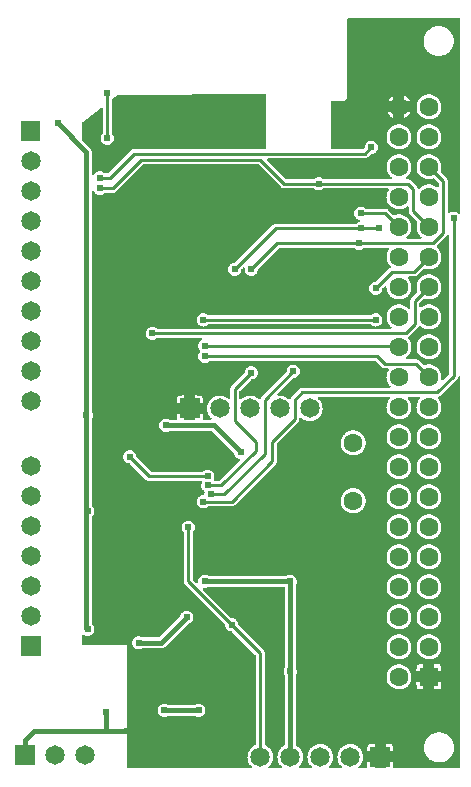
<source format=gbl>
G04 Layer: BottomLayer*
G04 EasyEDA v6.4.20.6, 2021-08-18T22:46:37+02:00*
G04 e60a8e21afaf4db98b740634109285cb,0ed378226b2144edad32923a29bf2ba1,10*
G04 Gerber Generator version 0.2*
G04 Scale: 100 percent, Rotated: No, Reflected: No *
G04 Dimensions in millimeters *
G04 leading zeros omitted , absolute positions ,4 integer and 5 decimal *
%FSLAX45Y45*%
%MOMM*%

%ADD11C,0.2560*%
%ADD12C,0.4000*%
%ADD15C,0.6100*%
%ADD16C,0.6096*%
%ADD29R,1.6510X1.6510*%
%ADD30C,1.6510*%
%ADD31R,1.6000X1.6000*%
%ADD32C,1.6000*%

%LPD*%
G36*
X-2179370Y2827731D02*
G01*
X-2180844Y2827832D01*
X-2183587Y2828696D01*
X-2186025Y2830220D01*
X-2187956Y2832404D01*
X-2189124Y2835046D01*
X-2189530Y2837891D01*
X-2189530Y3026308D01*
X-2189988Y3032810D01*
X-2191410Y3039160D01*
X-2192426Y3042259D01*
X-2195118Y3048203D01*
X-2198674Y3053689D01*
X-2202942Y3058566D01*
X-2265730Y3121406D01*
X-2267610Y3123946D01*
X-2268220Y3125419D01*
X-2268677Y3128568D01*
X-2268575Y3276803D01*
X-2268220Y3278327D01*
X-2266797Y3281121D01*
X-2265832Y3282340D01*
X-2112111Y3397605D01*
X-2109216Y3399129D01*
X-2107641Y3399536D01*
X-2104593Y3399536D01*
X-2101799Y3398723D01*
X-2099360Y3397148D01*
X-2097481Y3394964D01*
X-2096262Y3392373D01*
X-2095855Y3389477D01*
X-2095957Y3184144D01*
X-2096871Y3181248D01*
X-2098548Y3178759D01*
X-2100884Y3176117D01*
X-2104948Y3170478D01*
X-2108301Y3164332D01*
X-2110841Y3157829D01*
X-2112568Y3151022D01*
X-2113432Y3144113D01*
X-2113432Y3137204D01*
X-2112619Y3130499D01*
X-2110994Y3123895D01*
X-2108606Y3117545D01*
X-2105456Y3111550D01*
X-2101596Y3106013D01*
X-2097074Y3100933D01*
X-2091994Y3096412D01*
X-2086457Y3092551D01*
X-2080463Y3089402D01*
X-2074113Y3087014D01*
X-2067509Y3085388D01*
X-2060803Y3084576D01*
X-2053996Y3084576D01*
X-2047290Y3085388D01*
X-2040686Y3087014D01*
X-2034336Y3089402D01*
X-2028342Y3092551D01*
X-2022805Y3096412D01*
X-2017725Y3100933D01*
X-2013204Y3106013D01*
X-2009343Y3111550D01*
X-2006193Y3117545D01*
X-2003806Y3123895D01*
X-2002180Y3130499D01*
X-2001367Y3137204D01*
X-2001367Y3144113D01*
X-2002231Y3151022D01*
X-2003958Y3157829D01*
X-2006498Y3164332D01*
X-2009851Y3170478D01*
X-2013966Y3176117D01*
X-2017166Y3179978D01*
X-2018487Y3182670D01*
X-2018944Y3185668D01*
X-2018842Y3463899D01*
X-2018487Y3465423D01*
X-2017064Y3468217D01*
X-2014880Y3470452D01*
X-1969820Y3504082D01*
X-1966772Y3505098D01*
X-1965198Y3505250D01*
X-721512Y3517798D01*
X-718667Y3517392D01*
X-716026Y3516172D01*
X-713841Y3514293D01*
X-712266Y3511854D01*
X-711454Y3509060D01*
X-711454Y3064408D01*
X-711200Y3058515D01*
X-711606Y3055670D01*
X-712825Y3053029D01*
X-714705Y3050844D01*
X-717143Y3049270D01*
X-719937Y3048457D01*
X-1832406Y3048355D01*
X-1838452Y3047898D01*
X-1844293Y3046476D01*
X-1849882Y3044139D01*
X-1855012Y3040989D01*
X-1857400Y3039160D01*
X-2049780Y2847086D01*
X-2052624Y2845663D01*
X-2054148Y2845257D01*
X-2077364Y2845257D01*
X-2080209Y2846171D01*
X-2082749Y2847848D01*
X-2085390Y2850184D01*
X-2091029Y2854248D01*
X-2097176Y2857601D01*
X-2103678Y2860141D01*
X-2110486Y2861868D01*
X-2117394Y2862732D01*
X-2124456Y2862732D01*
X-2131517Y2861818D01*
X-2138426Y2860040D01*
X-2141778Y2858820D01*
X-2148230Y2855722D01*
X-2154224Y2851861D01*
X-2159660Y2847289D01*
X-2164537Y2842056D01*
X-2168652Y2836214D01*
X-2171242Y2831795D01*
X-2173528Y2829610D01*
X-2176322Y2828239D01*
G37*

%LPD*%
G36*
X922883Y2500833D02*
G01*
X921308Y2500934D01*
X919784Y2501290D01*
X916940Y2502712D01*
X913079Y2506218D01*
X907287Y2510637D01*
X900937Y2514244D01*
X894181Y2516987D01*
X890727Y2518054D01*
X883564Y2519476D01*
X879957Y2519832D01*
X872642Y2519832D01*
X868984Y2519476D01*
X861821Y2518054D01*
X854913Y2515717D01*
X848360Y2512466D01*
X845261Y2510586D01*
X840892Y2507538D01*
X839368Y2506878D01*
X836117Y2506370D01*
X833272Y2506776D01*
X830630Y2507996D01*
X828446Y2509875D01*
X826871Y2512314D01*
X826058Y2515057D01*
X825957Y2778404D01*
X825500Y2784398D01*
X824077Y2790291D01*
X821740Y2795879D01*
X818591Y2801010D01*
X816762Y2803398D01*
X768096Y2852166D01*
X766267Y2854756D01*
X765251Y2857754D01*
X765302Y2861157D01*
X767283Y2867253D01*
X769721Y2876245D01*
X771347Y2885389D01*
X772160Y2894634D01*
X772160Y2904032D01*
X771296Y2913481D01*
X769620Y2922828D01*
X767080Y2931972D01*
X763727Y2940812D01*
X759612Y2949397D01*
X754786Y2957525D01*
X749198Y2965196D01*
X742950Y2972308D01*
X736092Y2978861D01*
X728675Y2984804D01*
X720801Y2989986D01*
X712419Y2994507D01*
X703732Y2998216D01*
X694690Y3001162D01*
X690118Y3002330D01*
X680770Y3004007D01*
X671322Y3004870D01*
X661873Y3004870D01*
X652424Y3004007D01*
X643077Y3002330D01*
X633933Y2999790D01*
X625094Y2996438D01*
X616508Y2992323D01*
X608380Y2987497D01*
X600710Y2981909D01*
X593598Y2975660D01*
X587044Y2968802D01*
X581101Y2961386D01*
X575919Y2953512D01*
X571398Y2945130D01*
X567690Y2936443D01*
X564743Y2927400D01*
X563575Y2922828D01*
X561898Y2913481D01*
X561035Y2904032D01*
X561035Y2894584D01*
X561898Y2885135D01*
X563575Y2875788D01*
X566115Y2866644D01*
X569468Y2857804D01*
X573582Y2849219D01*
X578408Y2841091D01*
X583996Y2833420D01*
X590245Y2826308D01*
X597103Y2819755D01*
X604520Y2813812D01*
X612394Y2808630D01*
X620776Y2804109D01*
X629462Y2800400D01*
X638505Y2797454D01*
X643077Y2796286D01*
X652424Y2794609D01*
X661873Y2793746D01*
X671271Y2793746D01*
X680516Y2794558D01*
X689660Y2796184D01*
X698652Y2798622D01*
X704748Y2800604D01*
X708152Y2800654D01*
X711149Y2799638D01*
X713740Y2797810D01*
X747115Y2764231D01*
X748538Y2761386D01*
X748944Y2759862D01*
X749046Y2735783D01*
X748639Y2732938D01*
X747420Y2730296D01*
X745540Y2728112D01*
X743102Y2726537D01*
X740308Y2725724D01*
X737158Y2725775D01*
X735533Y2726182D01*
X733958Y2726893D01*
X728776Y2730754D01*
X720852Y2735986D01*
X712520Y2740456D01*
X703783Y2744216D01*
X694740Y2747162D01*
X685495Y2749245D01*
X680821Y2750007D01*
X671322Y2750870D01*
X661924Y2750870D01*
X652576Y2750007D01*
X643331Y2748381D01*
X634288Y2745892D01*
X625500Y2742641D01*
X617016Y2738628D01*
X608939Y2733852D01*
X601319Y2728417D01*
X594207Y2722270D01*
X587705Y2715564D01*
X585012Y2713431D01*
X583438Y2712720D01*
X581812Y2712313D01*
X578662Y2712262D01*
X575868Y2713075D01*
X573430Y2714650D01*
X571550Y2716834D01*
X570331Y2719476D01*
X569315Y2722575D01*
X568045Y2725521D01*
X566521Y2728366D01*
X562762Y2733649D01*
X511301Y2785160D01*
X506425Y2788666D01*
X501040Y2791409D01*
X498195Y2792476D01*
X492302Y2793898D01*
X486308Y2794355D01*
X477672Y2794457D01*
X474929Y2795270D01*
X472490Y2796844D01*
X470560Y2799029D01*
X469392Y2801670D01*
X468985Y2804515D01*
X469087Y2806141D01*
X470103Y2809189D01*
X472033Y2811780D01*
X477164Y2815691D01*
X484530Y2821940D01*
X491286Y2828798D01*
X497382Y2836265D01*
X502767Y2844292D01*
X507441Y2852724D01*
X511301Y2861564D01*
X514299Y2870708D01*
X515518Y2875381D01*
X517245Y2884881D01*
X518159Y2894482D01*
X518159Y2904032D01*
X517296Y2913481D01*
X515620Y2922828D01*
X513080Y2931972D01*
X509727Y2940812D01*
X505612Y2949397D01*
X500786Y2957525D01*
X495198Y2965196D01*
X488950Y2972308D01*
X482092Y2978861D01*
X474675Y2984804D01*
X466801Y2989986D01*
X458419Y2994507D01*
X449732Y2998216D01*
X440690Y3001162D01*
X436118Y3002330D01*
X426770Y3004007D01*
X417322Y3004870D01*
X407873Y3004870D01*
X398424Y3004007D01*
X389077Y3002330D01*
X379933Y2999790D01*
X371094Y2996438D01*
X362508Y2992323D01*
X354380Y2987497D01*
X346710Y2981909D01*
X339598Y2975660D01*
X333044Y2968802D01*
X327101Y2961386D01*
X321919Y2953512D01*
X317398Y2945130D01*
X313690Y2936443D01*
X310743Y2927400D01*
X309575Y2922828D01*
X307898Y2913481D01*
X307035Y2904032D01*
X307035Y2894482D01*
X307949Y2884881D01*
X309676Y2875381D01*
X312318Y2866136D01*
X313893Y2861564D01*
X317754Y2852724D01*
X322427Y2844292D01*
X327812Y2836265D01*
X333908Y2828798D01*
X340664Y2821940D01*
X348030Y2815691D01*
X353161Y2811780D01*
X355092Y2809189D01*
X356108Y2806141D01*
X356108Y2803093D01*
X355295Y2800299D01*
X354634Y2799029D01*
X352704Y2796844D01*
X350266Y2795270D01*
X347522Y2794457D01*
X-223164Y2794457D01*
X-226009Y2795371D01*
X-228549Y2797048D01*
X-231190Y2799384D01*
X-236829Y2803448D01*
X-242976Y2806801D01*
X-249478Y2809341D01*
X-256286Y2811068D01*
X-263194Y2811932D01*
X-270205Y2811932D01*
X-277114Y2811068D01*
X-283921Y2809341D01*
X-290423Y2806801D01*
X-296570Y2803448D01*
X-302209Y2799384D01*
X-306070Y2796133D01*
X-308762Y2794812D01*
X-310235Y2794457D01*
X-540258Y2794457D01*
X-543255Y2795473D01*
X-544626Y2796286D01*
X-703681Y2955290D01*
X-705104Y2958134D01*
X-705612Y2961284D01*
X-705205Y2964129D01*
X-703986Y2966770D01*
X-702106Y2968955D01*
X-699668Y2970530D01*
X-696874Y2971342D01*
X123393Y2971444D01*
X129387Y2971901D01*
X135280Y2973324D01*
X140868Y2975660D01*
X145999Y2978810D01*
X148386Y2980639D01*
X174345Y3006344D01*
X177038Y3007766D01*
X179984Y3008325D01*
X186842Y3008985D01*
X193548Y3010509D01*
X199999Y3012846D01*
X206146Y3015945D01*
X211836Y3019806D01*
X217068Y3024276D01*
X221640Y3029356D01*
X225602Y3034995D01*
X228854Y3041091D01*
X231343Y3047492D01*
X232968Y3054146D01*
X233832Y3060954D01*
X233832Y3067812D01*
X233019Y3074517D01*
X231394Y3081121D01*
X229006Y3087471D01*
X225856Y3093466D01*
X221996Y3099003D01*
X217474Y3104083D01*
X212394Y3108604D01*
X206857Y3112465D01*
X200863Y3115614D01*
X194513Y3118002D01*
X187909Y3119628D01*
X181203Y3120440D01*
X174345Y3120440D01*
X167538Y3119577D01*
X164134Y3118866D01*
X157581Y3116783D01*
X151333Y3113887D01*
X148336Y3112211D01*
X142697Y3108248D01*
X137617Y3103575D01*
X133096Y3098393D01*
X129285Y3092653D01*
X126187Y3086506D01*
X124917Y3083306D01*
X123037Y3076702D01*
X121920Y3069894D01*
X121513Y3064916D01*
X121158Y3063443D01*
X119735Y3060801D01*
X109220Y3050286D01*
X106375Y3048863D01*
X104851Y3048457D01*
X-154940Y3048355D01*
X-157835Y3048762D01*
X-160426Y3049981D01*
X-162610Y3051860D01*
X-163525Y3053029D01*
X-164693Y3055670D01*
X-165100Y3058515D01*
X-164744Y3064205D01*
X-164642Y3449116D01*
X-163830Y3451910D01*
X-162255Y3454298D01*
X-160070Y3456228D01*
X-157429Y3457397D01*
X-154584Y3457803D01*
X-60502Y3457854D01*
X-54864Y3458718D01*
X-49326Y3460394D01*
X-44145Y3462883D01*
X-39420Y3466134D01*
X-35204Y3470046D01*
X-31648Y3474567D01*
X-30073Y3476955D01*
X-27584Y3482136D01*
X-25908Y3487674D01*
X-25349Y3490468D01*
X-24942Y3496208D01*
X-24841Y4147616D01*
X-24028Y4150410D01*
X-22453Y4152849D01*
X-20269Y4154728D01*
X-17627Y4155948D01*
X-14782Y4156354D01*
X924306Y4156252D01*
X927100Y4155440D01*
X929538Y4153865D01*
X931418Y4151680D01*
X932637Y4149039D01*
X933043Y4146194D01*
X932942Y2509520D01*
X932129Y2506726D01*
X930554Y2504338D01*
X928369Y2502408D01*
X925728Y2501239D01*
G37*

%LPC*%
G36*
X666597Y3047644D02*
G01*
X676046Y3048101D01*
X680770Y3048609D01*
X690118Y3050286D01*
X699262Y3052826D01*
X708101Y3056178D01*
X716686Y3060293D01*
X724814Y3065119D01*
X732485Y3070707D01*
X739597Y3076956D01*
X746150Y3083814D01*
X752094Y3091230D01*
X757275Y3099104D01*
X761796Y3107486D01*
X765505Y3116173D01*
X768451Y3125216D01*
X769620Y3129788D01*
X771296Y3139135D01*
X772160Y3148584D01*
X772160Y3158032D01*
X771296Y3167481D01*
X769620Y3176828D01*
X767080Y3185972D01*
X763727Y3194812D01*
X759612Y3203397D01*
X754786Y3211525D01*
X749198Y3219196D01*
X742950Y3226308D01*
X736092Y3232861D01*
X728675Y3238804D01*
X720801Y3243986D01*
X712419Y3248507D01*
X703732Y3252215D01*
X694690Y3255162D01*
X690118Y3256330D01*
X680770Y3258007D01*
X671322Y3258870D01*
X661873Y3258870D01*
X652424Y3258007D01*
X643077Y3256330D01*
X633933Y3253790D01*
X625094Y3250438D01*
X616508Y3246323D01*
X608380Y3241497D01*
X600710Y3235909D01*
X593598Y3229660D01*
X587044Y3222802D01*
X581101Y3215386D01*
X575919Y3207512D01*
X571398Y3199130D01*
X567690Y3190443D01*
X564743Y3181400D01*
X563575Y3176828D01*
X561898Y3167481D01*
X561035Y3158032D01*
X561035Y3148584D01*
X561898Y3139135D01*
X563575Y3129788D01*
X566115Y3120644D01*
X569468Y3111804D01*
X573582Y3103219D01*
X578408Y3095091D01*
X583996Y3087420D01*
X590245Y3080308D01*
X597103Y3073755D01*
X604520Y3067812D01*
X612394Y3062630D01*
X620776Y3058109D01*
X629462Y3054400D01*
X638505Y3051454D01*
X643077Y3050286D01*
X652424Y3048609D01*
X661873Y3047746D01*
G37*
G36*
X412597Y3047644D02*
G01*
X422046Y3048101D01*
X426770Y3048609D01*
X436118Y3050286D01*
X445262Y3052826D01*
X454101Y3056178D01*
X462686Y3060293D01*
X470814Y3065119D01*
X478485Y3070707D01*
X485597Y3076956D01*
X492150Y3083814D01*
X498093Y3091230D01*
X503275Y3099104D01*
X507796Y3107486D01*
X511505Y3116173D01*
X514451Y3125216D01*
X515620Y3129788D01*
X517296Y3139135D01*
X518159Y3148584D01*
X518159Y3158032D01*
X517296Y3167481D01*
X515620Y3176828D01*
X513080Y3185972D01*
X509727Y3194812D01*
X505612Y3203397D01*
X500786Y3211525D01*
X495198Y3219196D01*
X488950Y3226308D01*
X482092Y3232861D01*
X474675Y3238804D01*
X466801Y3243986D01*
X458419Y3248507D01*
X449732Y3252215D01*
X440690Y3255162D01*
X436118Y3256330D01*
X426770Y3258007D01*
X417322Y3258870D01*
X407873Y3258870D01*
X398424Y3258007D01*
X389077Y3256330D01*
X379933Y3253790D01*
X371094Y3250438D01*
X362508Y3246323D01*
X354380Y3241497D01*
X346710Y3235909D01*
X339598Y3229660D01*
X333044Y3222802D01*
X327101Y3215386D01*
X321919Y3207512D01*
X317398Y3199130D01*
X313690Y3190443D01*
X310743Y3181400D01*
X309575Y3176828D01*
X307898Y3167481D01*
X307035Y3158032D01*
X307035Y3148584D01*
X307898Y3139135D01*
X309575Y3129788D01*
X312115Y3120644D01*
X315468Y3111804D01*
X319582Y3103219D01*
X324408Y3095091D01*
X329996Y3087420D01*
X336245Y3080308D01*
X343103Y3073755D01*
X350520Y3067812D01*
X358394Y3062630D01*
X366776Y3058109D01*
X375462Y3054400D01*
X384505Y3051454D01*
X389077Y3050286D01*
X398424Y3048609D01*
X407873Y3047746D01*
G37*
G36*
X666597Y3301644D02*
G01*
X676046Y3302101D01*
X680770Y3302609D01*
X690118Y3304286D01*
X699262Y3306826D01*
X708101Y3310178D01*
X716686Y3314293D01*
X724814Y3319119D01*
X732485Y3324707D01*
X739597Y3330956D01*
X746150Y3337814D01*
X752094Y3345230D01*
X757275Y3353104D01*
X761796Y3361486D01*
X765505Y3370173D01*
X768451Y3379215D01*
X769620Y3383787D01*
X771296Y3393135D01*
X772160Y3402584D01*
X772160Y3412032D01*
X771296Y3421481D01*
X769620Y3430828D01*
X767080Y3439972D01*
X763727Y3448812D01*
X759612Y3457397D01*
X754786Y3465525D01*
X749198Y3473196D01*
X742950Y3480308D01*
X736092Y3486861D01*
X728675Y3492804D01*
X720801Y3497986D01*
X712419Y3502507D01*
X703732Y3506215D01*
X694690Y3509162D01*
X690118Y3510330D01*
X680770Y3512007D01*
X671322Y3512870D01*
X661873Y3512870D01*
X652424Y3512007D01*
X643077Y3510330D01*
X633933Y3507790D01*
X625094Y3504437D01*
X616508Y3500323D01*
X608380Y3495497D01*
X600710Y3489909D01*
X593598Y3483660D01*
X587044Y3476802D01*
X581101Y3469386D01*
X575919Y3461512D01*
X571398Y3453129D01*
X567690Y3444443D01*
X564743Y3435400D01*
X563575Y3430828D01*
X561898Y3421481D01*
X561035Y3412032D01*
X561035Y3402584D01*
X561898Y3393135D01*
X563575Y3383787D01*
X566115Y3374644D01*
X569468Y3365804D01*
X573582Y3357219D01*
X578408Y3349091D01*
X583996Y3341420D01*
X590245Y3334308D01*
X597103Y3327755D01*
X604520Y3321812D01*
X612394Y3316630D01*
X620776Y3312109D01*
X629462Y3308400D01*
X638505Y3305454D01*
X643077Y3304286D01*
X652424Y3302609D01*
X661873Y3301746D01*
G37*
G36*
X458927Y3312363D02*
G01*
X467156Y3316833D01*
X474929Y3321964D01*
X482193Y3327806D01*
X488950Y3334258D01*
X495096Y3341268D01*
X500583Y3348837D01*
X505409Y3356813D01*
X507542Y3360978D01*
X458927Y3360978D01*
G37*
G36*
X366268Y3312363D02*
G01*
X366268Y3360978D01*
X317652Y3360978D01*
X322122Y3352749D01*
X327253Y3344976D01*
X333095Y3337712D01*
X339547Y3330956D01*
X346557Y3324809D01*
X354126Y3319322D01*
X362102Y3314496D01*
G37*
G36*
X458927Y3453637D02*
G01*
X507542Y3453637D01*
X503072Y3461867D01*
X497941Y3469640D01*
X492099Y3476904D01*
X485648Y3483660D01*
X478637Y3489807D01*
X471068Y3495294D01*
X463092Y3500120D01*
X458927Y3502253D01*
G37*
G36*
X317652Y3453637D02*
G01*
X366268Y3453637D01*
X366268Y3502253D01*
X358038Y3497783D01*
X350266Y3492652D01*
X343001Y3486810D01*
X336245Y3480358D01*
X330098Y3473348D01*
X324612Y3465779D01*
X319786Y3457803D01*
G37*
G36*
X749300Y3838854D02*
G01*
X759561Y3839260D01*
X769721Y3840479D01*
X779729Y3842562D01*
X789584Y3845407D01*
X799185Y3849014D01*
X808431Y3853434D01*
X817321Y3858564D01*
X825753Y3864356D01*
X833678Y3870858D01*
X841095Y3877970D01*
X847852Y3885641D01*
X854049Y3893820D01*
X859485Y3902506D01*
X864260Y3911549D01*
X866394Y3916222D01*
X870000Y3925824D01*
X872845Y3935679D01*
X874928Y3945686D01*
X876147Y3955846D01*
X876553Y3966108D01*
X876147Y3976370D01*
X874928Y3986529D01*
X872845Y3996537D01*
X870000Y4006392D01*
X866394Y4015994D01*
X861974Y4025239D01*
X856843Y4034129D01*
X851052Y4042562D01*
X844550Y4050487D01*
X837437Y4057904D01*
X829767Y4064660D01*
X821588Y4070858D01*
X812952Y4076293D01*
X803859Y4081068D01*
X799185Y4083202D01*
X789584Y4086809D01*
X779729Y4089654D01*
X769721Y4091736D01*
X759561Y4092956D01*
X749300Y4093362D01*
X739038Y4092956D01*
X728878Y4091736D01*
X718870Y4089654D01*
X709015Y4086809D01*
X699414Y4083202D01*
X690168Y4078782D01*
X681278Y4073651D01*
X672846Y4067860D01*
X664921Y4061358D01*
X657504Y4054246D01*
X650748Y4046575D01*
X644550Y4038396D01*
X639114Y4029710D01*
X634339Y4020667D01*
X632206Y4015994D01*
X628599Y4006392D01*
X625754Y3996537D01*
X623671Y3986529D01*
X622452Y3976370D01*
X622046Y3966108D01*
X622452Y3955846D01*
X623671Y3945686D01*
X625754Y3935679D01*
X628599Y3925824D01*
X632206Y3916222D01*
X636625Y3906977D01*
X641756Y3898087D01*
X647547Y3889654D01*
X654050Y3881729D01*
X661162Y3874312D01*
X668832Y3867556D01*
X677011Y3861358D01*
X685698Y3855923D01*
X694740Y3851148D01*
X699414Y3849014D01*
X709015Y3845407D01*
X718870Y3842562D01*
X728878Y3840479D01*
X739038Y3839260D01*
G37*

%LPD*%
G36*
X-682244Y-2193137D02*
G01*
X-685139Y-2192731D01*
X-687781Y-2191512D01*
X-689965Y-2189632D01*
X-691489Y-2187194D01*
X-692302Y-2184400D01*
X-692302Y-2181301D01*
X-691184Y-2178100D01*
X-690270Y-2176729D01*
X-685698Y-2172208D01*
X-679246Y-2165248D01*
X-673506Y-2157730D01*
X-668375Y-2149754D01*
X-664006Y-2141372D01*
X-660349Y-2132634D01*
X-657504Y-2123592D01*
X-655472Y-2114346D01*
X-654710Y-2109673D01*
X-653897Y-2100224D01*
X-653897Y-2090724D01*
X-654202Y-2085949D01*
X-655472Y-2076500D01*
X-657555Y-2067153D01*
X-660450Y-2058060D01*
X-664159Y-2049272D01*
X-668629Y-2040839D01*
X-673811Y-2032812D01*
X-679653Y-2025294D01*
X-686206Y-2018284D01*
X-693267Y-2011934D01*
X-700938Y-2006193D01*
X-704900Y-2003552D01*
X-713232Y-1998878D01*
X-718820Y-1996135D01*
X-721055Y-1994255D01*
X-722630Y-1991817D01*
X-723442Y-1989023D01*
X-723544Y-1219200D01*
X-724001Y-1213205D01*
X-725424Y-1207312D01*
X-727760Y-1201724D01*
X-730910Y-1196594D01*
X-732739Y-1194206D01*
X-944219Y-982573D01*
X-946048Y-980135D01*
X-946658Y-978763D01*
X-947216Y-975766D01*
X-947928Y-968806D01*
X-949452Y-961999D01*
X-951839Y-955446D01*
X-955040Y-949198D01*
X-959002Y-943457D01*
X-963625Y-938225D01*
X-968857Y-933602D01*
X-974598Y-929640D01*
X-980846Y-926439D01*
X-987399Y-924052D01*
X-994206Y-922528D01*
X-1001166Y-921816D01*
X-1004163Y-921258D01*
X-1006805Y-919835D01*
X-1243939Y-682904D01*
X-1245768Y-680313D01*
X-1246784Y-677316D01*
X-1246784Y-674268D01*
X-1245971Y-671474D01*
X-1244396Y-669086D01*
X-1242212Y-667156D01*
X-1239570Y-665988D01*
X-1236726Y-665581D01*
X-1231900Y-665734D01*
X-1224788Y-665276D01*
X-1217828Y-663956D01*
X-1211072Y-661720D01*
X-1204671Y-658672D01*
X-1200353Y-656183D01*
X-1197559Y-655370D01*
X-563829Y-655269D01*
X-560933Y-655675D01*
X-558342Y-656844D01*
X-556158Y-658774D01*
X-555244Y-659942D01*
X-554075Y-662533D01*
X-553669Y-665429D01*
X-553770Y-1337259D01*
X-554583Y-1340053D01*
X-557072Y-1344371D01*
X-560120Y-1350772D01*
X-562356Y-1357528D01*
X-563676Y-1364488D01*
X-564134Y-1371600D01*
X-563676Y-1378712D01*
X-562356Y-1385671D01*
X-560120Y-1392428D01*
X-557072Y-1398828D01*
X-554583Y-1403146D01*
X-553770Y-1405940D01*
X-553770Y-1992680D01*
X-554126Y-1994204D01*
X-555548Y-1996998D01*
X-556514Y-1998218D01*
X-559003Y-2000097D01*
X-567385Y-2005075D01*
X-575259Y-2010765D01*
X-582625Y-2017166D01*
X-589381Y-2024176D01*
X-595426Y-2031746D01*
X-600811Y-2039874D01*
X-605434Y-2048459D01*
X-609295Y-2057400D01*
X-612292Y-2066645D01*
X-614476Y-2076145D01*
X-615238Y-2080920D01*
X-616102Y-2090623D01*
X-616102Y-2100224D01*
X-615289Y-2109673D01*
X-613613Y-2118969D01*
X-611174Y-2128113D01*
X-607923Y-2137054D01*
X-603910Y-2145588D01*
X-599135Y-2153818D01*
X-593699Y-2161540D01*
X-587603Y-2168804D01*
X-579729Y-2176729D01*
X-578815Y-2178100D01*
X-577697Y-2181301D01*
X-577697Y-2184400D01*
X-578510Y-2187194D01*
X-580034Y-2189632D01*
X-582218Y-2191512D01*
X-584860Y-2192731D01*
X-587756Y-2193137D01*
G37*

%LPD*%
G36*
X-1882190Y-2193137D02*
G01*
X-1885035Y-2192731D01*
X-1887677Y-2191512D01*
X-1889861Y-2189632D01*
X-1891436Y-2187194D01*
X-1892249Y-2184450D01*
X-1893925Y-1150772D01*
X-2259990Y-1150670D01*
X-2262784Y-1149858D01*
X-2265172Y-1148334D01*
X-2267102Y-1146149D01*
X-2268270Y-1143508D01*
X-2268677Y-1140612D01*
X-2268575Y-1070203D01*
X-2267762Y-1067409D01*
X-2266238Y-1064971D01*
X-2264054Y-1063091D01*
X-2261412Y-1061872D01*
X-2258517Y-1061466D01*
X-2255672Y-1061923D01*
X-2253030Y-1063091D01*
X-2246782Y-1066596D01*
X-2243480Y-1068070D01*
X-2236673Y-1070305D01*
X-2229662Y-1071676D01*
X-2226106Y-1072032D01*
X-2219096Y-1072032D01*
X-2212390Y-1071219D01*
X-2205786Y-1069594D01*
X-2199436Y-1067206D01*
X-2193442Y-1064056D01*
X-2187905Y-1060196D01*
X-2182825Y-1055674D01*
X-2178304Y-1050594D01*
X-2174443Y-1045057D01*
X-2171293Y-1039063D01*
X-2168906Y-1032713D01*
X-2167280Y-1026109D01*
X-2166467Y-1019403D01*
X-2166467Y-1012545D01*
X-2166772Y-1009091D01*
X-2168042Y-1002284D01*
X-2170176Y-995730D01*
X-2171496Y-992530D01*
X-2174798Y-986434D01*
X-2178761Y-980795D01*
X-2183434Y-975664D01*
X-2187041Y-972312D01*
X-2188616Y-969873D01*
X-2189429Y-967079D01*
X-2189530Y-63042D01*
X-2189124Y-60198D01*
X-2187905Y-57556D01*
X-2185974Y-55321D01*
X-2181047Y-50546D01*
X-2176678Y-45161D01*
X-2173071Y-39268D01*
X-2171496Y-36169D01*
X-2169007Y-29718D01*
X-2168042Y-26416D01*
X-2166772Y-19608D01*
X-2166366Y-12700D01*
X-2166772Y-5791D01*
X-2168042Y1016D01*
X-2170176Y7569D01*
X-2171496Y10769D01*
X-2174798Y16865D01*
X-2178761Y22504D01*
X-2183434Y27635D01*
X-2187041Y30988D01*
X-2188616Y33426D01*
X-2189429Y36220D01*
X-2189530Y764286D01*
X-2189124Y767130D01*
X-2187956Y769772D01*
X-2184501Y775970D01*
X-2181860Y782624D01*
X-2180844Y786028D01*
X-2179472Y792988D01*
X-2179066Y800100D01*
X-2179472Y807212D01*
X-2180844Y814171D01*
X-2183079Y820928D01*
X-2186127Y827379D01*
X-2188616Y831697D01*
X-2189429Y834491D01*
X-2189530Y2686608D01*
X-2189124Y2689453D01*
X-2187956Y2692095D01*
X-2186025Y2694279D01*
X-2183587Y2695803D01*
X-2180844Y2696667D01*
X-2177846Y2696616D01*
X-2176322Y2696260D01*
X-2173528Y2694889D01*
X-2171242Y2692704D01*
X-2168652Y2688285D01*
X-2164537Y2682443D01*
X-2159660Y2677210D01*
X-2154224Y2672638D01*
X-2148230Y2668778D01*
X-2141778Y2665679D01*
X-2138426Y2664460D01*
X-2131517Y2662682D01*
X-2124456Y2661767D01*
X-2117394Y2661767D01*
X-2110486Y2662631D01*
X-2103678Y2664358D01*
X-2097176Y2666898D01*
X-2091029Y2670251D01*
X-2085390Y2674315D01*
X-2081530Y2677566D01*
X-2078837Y2678887D01*
X-2077364Y2679242D01*
X-2009597Y2679344D01*
X-2003552Y2679801D01*
X-1997710Y2681224D01*
X-1992122Y2683560D01*
X-1986991Y2686710D01*
X-1984603Y2688539D01*
X-1754124Y2918714D01*
X-1751279Y2920136D01*
X-1749755Y2920542D01*
X-780542Y2920542D01*
X-777544Y2919526D01*
X-776173Y2918714D01*
X-583793Y2726639D01*
X-578916Y2723134D01*
X-573532Y2720390D01*
X-570687Y2719324D01*
X-564794Y2717901D01*
X-558800Y2717444D01*
X-310235Y2717342D01*
X-307390Y2716428D01*
X-304850Y2714752D01*
X-302209Y2712415D01*
X-296570Y2708351D01*
X-290423Y2704998D01*
X-283921Y2702458D01*
X-277114Y2700731D01*
X-270205Y2699867D01*
X-263194Y2699867D01*
X-256286Y2700731D01*
X-249478Y2702458D01*
X-242976Y2704998D01*
X-236829Y2708351D01*
X-231190Y2712415D01*
X-227329Y2715666D01*
X-224637Y2716987D01*
X-223164Y2717342D01*
X314756Y2717444D01*
X317601Y2717038D01*
X320243Y2715818D01*
X322427Y2713939D01*
X324002Y2711500D01*
X324815Y2708706D01*
X324764Y2705404D01*
X324205Y2703525D01*
X318414Y2693212D01*
X314350Y2684170D01*
X312623Y2679496D01*
X309880Y2669946D01*
X308000Y2660192D01*
X307390Y2655214D01*
X306933Y2645308D01*
X307390Y2635859D01*
X307898Y2631135D01*
X309575Y2621788D01*
X312115Y2612644D01*
X315468Y2603804D01*
X319582Y2595219D01*
X324408Y2587091D01*
X329996Y2579420D01*
X336245Y2572308D01*
X343103Y2565755D01*
X350520Y2559812D01*
X358394Y2554630D01*
X366776Y2550109D01*
X375462Y2546400D01*
X384505Y2543454D01*
X389077Y2542286D01*
X398424Y2540609D01*
X407873Y2539746D01*
X417322Y2539746D01*
X426770Y2540609D01*
X436118Y2542286D01*
X445211Y2544826D01*
X454101Y2548128D01*
X462635Y2552242D01*
X470763Y2557119D01*
X478434Y2562707D01*
X481431Y2564333D01*
X483057Y2564739D01*
X486206Y2564790D01*
X489000Y2563977D01*
X491439Y2562402D01*
X493318Y2560218D01*
X494538Y2557627D01*
X494944Y2554732D01*
X495046Y2521508D01*
X496011Y2515514D01*
X496824Y2512618D01*
X499109Y2507030D01*
X502310Y2501900D01*
X504139Y2499512D01*
X565099Y2438450D01*
X566928Y2435860D01*
X567944Y2432862D01*
X567893Y2429459D01*
X565912Y2423363D01*
X563473Y2414371D01*
X561848Y2405227D01*
X561035Y2395982D01*
X561035Y2386533D01*
X561898Y2377033D01*
X563626Y2367584D01*
X564794Y2362962D01*
X567791Y2353868D01*
X569569Y2349449D01*
X573786Y2340864D01*
X576122Y2336698D01*
X581456Y2328773D01*
X587451Y2321306D01*
X594106Y2314448D01*
X602488Y2307183D01*
X604215Y2304643D01*
X605129Y2301748D01*
X605129Y2298801D01*
X604316Y2296007D01*
X602742Y2293569D01*
X600557Y2291689D01*
X597916Y2290470D01*
X595071Y2290064D01*
X482701Y2290165D01*
X479907Y2290978D01*
X477469Y2292553D01*
X475589Y2294737D01*
X474370Y2297379D01*
X473964Y2300224D01*
X474065Y2301748D01*
X474980Y2304643D01*
X476707Y2307183D01*
X481533Y2311247D01*
X488492Y2317800D01*
X494842Y2324963D01*
X500481Y2332685D01*
X503072Y2336698D01*
X507593Y2345131D01*
X509625Y2349449D01*
X512978Y2358390D01*
X514400Y2362962D01*
X516534Y2372309D01*
X517804Y2381758D01*
X518261Y2391308D01*
X517804Y2400757D01*
X517296Y2405481D01*
X515620Y2414828D01*
X513080Y2423972D01*
X509727Y2432812D01*
X505612Y2441397D01*
X500786Y2449525D01*
X495198Y2457196D01*
X488950Y2464308D01*
X482092Y2470861D01*
X474675Y2476804D01*
X466801Y2481986D01*
X458419Y2486507D01*
X449732Y2490216D01*
X440690Y2493162D01*
X436118Y2494330D01*
X426770Y2496007D01*
X417322Y2496870D01*
X407924Y2496870D01*
X398678Y2496058D01*
X389534Y2494432D01*
X380542Y2491994D01*
X374446Y2490012D01*
X371043Y2489962D01*
X368046Y2490978D01*
X365455Y2492806D01*
X323291Y2534869D01*
X318414Y2538374D01*
X313029Y2541117D01*
X310184Y2542184D01*
X304292Y2543606D01*
X298297Y2544064D01*
X132435Y2544165D01*
X129590Y2545080D01*
X127050Y2546756D01*
X124409Y2549093D01*
X118770Y2553157D01*
X112623Y2556510D01*
X106121Y2559050D01*
X99314Y2560777D01*
X92405Y2561640D01*
X85496Y2561640D01*
X78790Y2560828D01*
X72186Y2559202D01*
X65836Y2556814D01*
X59842Y2553665D01*
X54305Y2549804D01*
X49225Y2545283D01*
X44704Y2540203D01*
X40843Y2534666D01*
X37693Y2528671D01*
X35306Y2522321D01*
X33680Y2515717D01*
X32867Y2509012D01*
X32867Y2502204D01*
X33680Y2495397D01*
X35356Y2488793D01*
X37795Y2482392D01*
X40995Y2476347D01*
X44907Y2470759D01*
X49479Y2465628D01*
X54610Y2461158D01*
X60299Y2457297D01*
X66344Y2454198D01*
X72796Y2451862D01*
X75387Y2450642D01*
X77571Y2448712D01*
X79095Y2446324D01*
X79908Y2443530D01*
X79908Y2440686D01*
X79095Y2437892D01*
X77571Y2435504D01*
X75387Y2433574D01*
X72796Y2432354D01*
X69291Y2431237D01*
X62636Y2428240D01*
X56388Y2424379D01*
X49530Y2418842D01*
X46837Y2417521D01*
X45364Y2417165D01*
X-631291Y2417064D01*
X-637286Y2416606D01*
X-643178Y2415184D01*
X-648766Y2412847D01*
X-653897Y2409698D01*
X-656285Y2407869D01*
X-973226Y2091080D01*
X-975664Y2089251D01*
X-977036Y2088642D01*
X-980033Y2088083D01*
X-986891Y2087422D01*
X-993597Y2085898D01*
X-1000048Y2083562D01*
X-1003198Y2082139D01*
X-1009091Y2078634D01*
X-1011936Y2076653D01*
X-1017117Y2072132D01*
X-1021740Y2067052D01*
X-1025702Y2061413D01*
X-1028953Y2055368D01*
X-1031392Y2048967D01*
X-1033068Y2042261D01*
X-1033932Y2035454D01*
X-1033932Y2028596D01*
X-1033119Y2021890D01*
X-1031494Y2015286D01*
X-1029106Y2008936D01*
X-1025956Y2002942D01*
X-1022096Y1997405D01*
X-1017574Y1992325D01*
X-1012494Y1987804D01*
X-1006957Y1983943D01*
X-1000963Y1980793D01*
X-994613Y1978406D01*
X-988009Y1976780D01*
X-981303Y1975967D01*
X-974445Y1975967D01*
X-967638Y1976831D01*
X-960932Y1978507D01*
X-954532Y1980946D01*
X-948486Y1984197D01*
X-942848Y1988159D01*
X-937768Y1992782D01*
X-933246Y1997964D01*
X-929436Y2003704D01*
X-927760Y2006701D01*
X-925068Y2013051D01*
X-923137Y2019655D01*
X-922019Y2026462D01*
X-921613Y2031390D01*
X-921258Y2032863D01*
X-919835Y2035505D01*
X-911504Y2044039D01*
X-908913Y2045868D01*
X-905916Y2046884D01*
X-902868Y2046884D01*
X-900074Y2046071D01*
X-897686Y2044496D01*
X-895756Y2042312D01*
X-894587Y2039670D01*
X-894181Y2036825D01*
X-894334Y2032000D01*
X-893927Y2025243D01*
X-892708Y2018588D01*
X-890676Y2012086D01*
X-889406Y2008936D01*
X-886256Y2002942D01*
X-882396Y1997405D01*
X-877874Y1992325D01*
X-872794Y1987804D01*
X-867257Y1983943D01*
X-861263Y1980793D01*
X-854913Y1978406D01*
X-848309Y1976780D01*
X-841603Y1975967D01*
X-834745Y1975967D01*
X-827938Y1976831D01*
X-821232Y1978507D01*
X-814832Y1980946D01*
X-808786Y1984197D01*
X-803148Y1988159D01*
X-798068Y1992782D01*
X-793546Y1997964D01*
X-789736Y2003704D01*
X-788060Y2006701D01*
X-785368Y2013051D01*
X-783437Y2019655D01*
X-782320Y2026462D01*
X-781913Y2031390D01*
X-781558Y2032863D01*
X-780135Y2035505D01*
X-604418Y2211222D01*
X-601573Y2212644D01*
X-600049Y2213051D01*
X32664Y2213051D01*
X35509Y2212136D01*
X38049Y2210460D01*
X40690Y2208123D01*
X46329Y2204059D01*
X52476Y2200706D01*
X58978Y2198166D01*
X65786Y2196439D01*
X72694Y2195576D01*
X79705Y2195576D01*
X86614Y2196439D01*
X93421Y2198166D01*
X99923Y2200706D01*
X106070Y2204059D01*
X111709Y2208123D01*
X115570Y2211374D01*
X118262Y2212695D01*
X119735Y2213051D01*
X317195Y2213152D01*
X320090Y2212746D01*
X322681Y2211527D01*
X324866Y2209647D01*
X325780Y2208479D01*
X326948Y2205837D01*
X327355Y2202992D01*
X327253Y2201468D01*
X326339Y2198573D01*
X322884Y2193137D01*
X318109Y2184603D01*
X314147Y2175611D01*
X310997Y2166315D01*
X308762Y2156815D01*
X307949Y2151989D01*
X307035Y2142185D01*
X307035Y2132533D01*
X307898Y2123033D01*
X309626Y2113686D01*
X312166Y2104491D01*
X315518Y2095601D01*
X319684Y2087016D01*
X324561Y2078837D01*
X330200Y2071166D01*
X336499Y2064004D01*
X340969Y2059432D01*
X341884Y2058060D01*
X342900Y2054910D01*
X343052Y2053285D01*
X342544Y2050186D01*
X341985Y2048713D01*
X340156Y2046173D01*
X337616Y2044293D01*
X332790Y2041245D01*
X330504Y2039467D01*
X220573Y1929688D01*
X218135Y1927860D01*
X216763Y1927250D01*
X213766Y1926691D01*
X206908Y1926031D01*
X200202Y1924507D01*
X193751Y1922170D01*
X190601Y1920748D01*
X184708Y1917242D01*
X181864Y1915261D01*
X176682Y1910740D01*
X172059Y1905660D01*
X168097Y1900021D01*
X164846Y1893976D01*
X162407Y1887575D01*
X160731Y1880870D01*
X159867Y1874062D01*
X159867Y1867204D01*
X160680Y1860499D01*
X162306Y1853895D01*
X164693Y1847545D01*
X167843Y1841550D01*
X171704Y1836013D01*
X176225Y1830933D01*
X181305Y1826412D01*
X186842Y1822551D01*
X192836Y1819402D01*
X199186Y1817014D01*
X205790Y1815388D01*
X212496Y1814575D01*
X219354Y1814575D01*
X226161Y1815439D01*
X232867Y1817116D01*
X239267Y1819554D01*
X245313Y1822805D01*
X250952Y1826768D01*
X256032Y1831390D01*
X260553Y1836572D01*
X264363Y1842312D01*
X266039Y1845310D01*
X268732Y1851660D01*
X270662Y1858264D01*
X271780Y1865071D01*
X272186Y1869998D01*
X272542Y1871472D01*
X273964Y1874113D01*
X290830Y1890979D01*
X293624Y1892401D01*
X296773Y1892909D01*
X299618Y1892503D01*
X302260Y1891284D01*
X304444Y1889404D01*
X306019Y1887016D01*
X306832Y1884222D01*
X307390Y1873351D01*
X308711Y1864004D01*
X310845Y1854809D01*
X313842Y1845818D01*
X317550Y1837131D01*
X322072Y1828850D01*
X327304Y1820976D01*
X333197Y1813560D01*
X339750Y1806752D01*
X346913Y1800555D01*
X354533Y1795018D01*
X362661Y1790192D01*
X371195Y1786128D01*
X380034Y1782775D01*
X389178Y1780286D01*
X393801Y1779320D01*
X403148Y1778101D01*
X412597Y1777644D01*
X422046Y1778101D01*
X426770Y1778609D01*
X436118Y1780286D01*
X445262Y1782825D01*
X454101Y1786178D01*
X462686Y1790293D01*
X470814Y1795119D01*
X478485Y1800707D01*
X485597Y1806956D01*
X492150Y1813814D01*
X498093Y1821230D01*
X503275Y1829104D01*
X507796Y1837486D01*
X511505Y1846173D01*
X514451Y1855216D01*
X515620Y1859788D01*
X517296Y1869135D01*
X518159Y1878584D01*
X518159Y1888236D01*
X517245Y1897989D01*
X515416Y1907641D01*
X512724Y1917090D01*
X509168Y1926234D01*
X504748Y1934972D01*
X499567Y1943303D01*
X493623Y1951126D01*
X489458Y1956003D01*
X488137Y1958695D01*
X487781Y1960168D01*
X487781Y1963115D01*
X488594Y1965909D01*
X490169Y1968347D01*
X492353Y1970227D01*
X494995Y1971446D01*
X497840Y1971852D01*
X542594Y1971954D01*
X548589Y1972919D01*
X551484Y1973732D01*
X557072Y1976069D01*
X562203Y1979218D01*
X564591Y1981047D01*
X619455Y2035810D01*
X622046Y2037638D01*
X625043Y2038654D01*
X628446Y2038604D01*
X634542Y2036622D01*
X643534Y2034184D01*
X652678Y2032558D01*
X661924Y2031746D01*
X671322Y2031746D01*
X680770Y2032609D01*
X690118Y2034286D01*
X699262Y2036825D01*
X708101Y2040178D01*
X716686Y2044293D01*
X724814Y2049119D01*
X732485Y2054707D01*
X739597Y2060956D01*
X746150Y2067814D01*
X752094Y2075230D01*
X757275Y2083104D01*
X761796Y2091486D01*
X765505Y2100173D01*
X768451Y2109216D01*
X769620Y2113788D01*
X771296Y2123135D01*
X772160Y2132584D01*
X772160Y2142032D01*
X771296Y2151380D01*
X770585Y2156053D01*
X768502Y2165197D01*
X767181Y2169718D01*
X763879Y2178558D01*
X759815Y2187041D01*
X755040Y2195118D01*
X749554Y2202738D01*
X743356Y2209901D01*
X736600Y2216404D01*
X734466Y2219096D01*
X733755Y2220671D01*
X733348Y2222296D01*
X733298Y2225649D01*
X734314Y2228646D01*
X735126Y2230018D01*
X814628Y2309469D01*
X817118Y2312162D01*
X820318Y2316327D01*
X821537Y2317445D01*
X824433Y2318969D01*
X826058Y2319375D01*
X829106Y2319375D01*
X831900Y2318562D01*
X833170Y2317902D01*
X835355Y2315972D01*
X836930Y2313533D01*
X837742Y2310790D01*
X837742Y1148842D01*
X836726Y1145844D01*
X835914Y1144473D01*
X788263Y1096670D01*
X785723Y1094790D01*
X784250Y1094181D01*
X781100Y1093673D01*
X778205Y1094079D01*
X775614Y1095298D01*
X773430Y1097178D01*
X772515Y1098346D01*
X771347Y1100988D01*
X770940Y1103833D01*
X772109Y1115974D01*
X772160Y1126032D01*
X771296Y1135481D01*
X769620Y1144828D01*
X767080Y1153972D01*
X763727Y1162812D01*
X759612Y1171397D01*
X754786Y1179525D01*
X749198Y1187196D01*
X742950Y1194308D01*
X736092Y1200861D01*
X728675Y1206804D01*
X720801Y1211986D01*
X712419Y1216507D01*
X703732Y1220216D01*
X694690Y1223162D01*
X690118Y1224330D01*
X680770Y1226007D01*
X671322Y1226870D01*
X661924Y1226870D01*
X652678Y1226058D01*
X643534Y1224432D01*
X634542Y1221994D01*
X628446Y1220012D01*
X625043Y1219962D01*
X622046Y1220978D01*
X619455Y1222806D01*
X580999Y1261160D01*
X576122Y1264666D01*
X570738Y1267409D01*
X567893Y1268476D01*
X562000Y1269898D01*
X556006Y1270355D01*
X477672Y1270457D01*
X474929Y1271270D01*
X472490Y1272844D01*
X470560Y1275029D01*
X469392Y1277670D01*
X468985Y1280515D01*
X469087Y1282141D01*
X470103Y1285189D01*
X472033Y1287780D01*
X477164Y1291691D01*
X484530Y1297940D01*
X491286Y1304798D01*
X497382Y1312265D01*
X502767Y1320292D01*
X507441Y1328724D01*
X511301Y1337564D01*
X514299Y1346708D01*
X515518Y1351381D01*
X517245Y1360881D01*
X518159Y1370482D01*
X518159Y1380032D01*
X517296Y1389481D01*
X516585Y1394155D01*
X514451Y1403350D01*
X511556Y1412341D01*
X507847Y1421079D01*
X503377Y1429410D01*
X498144Y1437284D01*
X492251Y1444701D01*
X490677Y1447139D01*
X489864Y1449933D01*
X489864Y1452880D01*
X490778Y1455826D01*
X492506Y1458315D01*
X497078Y1462430D01*
X575259Y1540764D01*
X577088Y1542999D01*
X580136Y1547926D01*
X582015Y1550466D01*
X584555Y1552295D01*
X586028Y1552905D01*
X587552Y1553260D01*
X590600Y1553260D01*
X592074Y1552956D01*
X594766Y1551686D01*
X599592Y1547622D01*
X607364Y1541830D01*
X615594Y1536750D01*
X624281Y1532483D01*
X633323Y1529029D01*
X642620Y1526387D01*
X652119Y1524660D01*
X661771Y1523746D01*
X671322Y1523746D01*
X680770Y1524609D01*
X690118Y1526286D01*
X699262Y1528826D01*
X708101Y1532178D01*
X716686Y1536293D01*
X724814Y1541119D01*
X732485Y1546707D01*
X739597Y1552956D01*
X746150Y1559814D01*
X752094Y1567230D01*
X757275Y1575104D01*
X761796Y1583486D01*
X765505Y1592173D01*
X768451Y1601216D01*
X769620Y1605788D01*
X771296Y1615135D01*
X772160Y1624584D01*
X772160Y1634032D01*
X771296Y1643481D01*
X769620Y1652828D01*
X767080Y1661972D01*
X763727Y1670812D01*
X759612Y1679397D01*
X754786Y1687525D01*
X749198Y1695196D01*
X742950Y1702307D01*
X736092Y1708861D01*
X728675Y1714804D01*
X720801Y1719986D01*
X712419Y1724507D01*
X703732Y1728216D01*
X694690Y1731162D01*
X690118Y1732330D01*
X680770Y1734007D01*
X671322Y1734870D01*
X661873Y1734870D01*
X652475Y1734007D01*
X643229Y1732330D01*
X638657Y1731213D01*
X629666Y1728317D01*
X620979Y1724609D01*
X612648Y1720138D01*
X604774Y1715007D01*
X599592Y1711198D01*
X596392Y1710080D01*
X594715Y1709928D01*
X591870Y1710385D01*
X589229Y1711553D01*
X587044Y1713433D01*
X585470Y1715871D01*
X584657Y1718665D01*
X584657Y1744268D01*
X585673Y1747266D01*
X586486Y1748637D01*
X619455Y1781810D01*
X622046Y1783638D01*
X625043Y1784654D01*
X628446Y1784604D01*
X634542Y1782622D01*
X643534Y1780184D01*
X652678Y1778558D01*
X661924Y1777746D01*
X671322Y1777746D01*
X680770Y1778609D01*
X690118Y1780286D01*
X699262Y1782825D01*
X708101Y1786178D01*
X716686Y1790293D01*
X724814Y1795119D01*
X732485Y1800707D01*
X739597Y1806956D01*
X746150Y1813814D01*
X752094Y1821230D01*
X757275Y1829104D01*
X761796Y1837486D01*
X765505Y1846173D01*
X768451Y1855216D01*
X769620Y1859788D01*
X771296Y1869135D01*
X772160Y1878584D01*
X772160Y1888032D01*
X771296Y1897481D01*
X769620Y1906828D01*
X767080Y1915972D01*
X763727Y1924812D01*
X759612Y1933397D01*
X754786Y1941525D01*
X749198Y1949196D01*
X742950Y1956307D01*
X736092Y1962861D01*
X728675Y1968804D01*
X720801Y1973986D01*
X712419Y1978507D01*
X703732Y1982216D01*
X694690Y1985162D01*
X690118Y1986330D01*
X680770Y1988007D01*
X671322Y1988870D01*
X661873Y1988870D01*
X652424Y1988007D01*
X643077Y1986330D01*
X633933Y1983790D01*
X625094Y1980438D01*
X616508Y1976323D01*
X608380Y1971497D01*
X600710Y1965909D01*
X593598Y1959660D01*
X587044Y1952802D01*
X581101Y1945386D01*
X575919Y1937512D01*
X571398Y1929130D01*
X567690Y1920443D01*
X564743Y1911400D01*
X563575Y1906828D01*
X561898Y1897481D01*
X561035Y1888032D01*
X561035Y1878634D01*
X561848Y1869389D01*
X563473Y1860245D01*
X565912Y1851253D01*
X567893Y1845157D01*
X567944Y1841754D01*
X566928Y1838756D01*
X565099Y1836166D01*
X516839Y1787804D01*
X513334Y1782927D01*
X511809Y1780286D01*
X509524Y1774698D01*
X508101Y1768805D01*
X507644Y1762810D01*
X507542Y1706625D01*
X506730Y1703882D01*
X505155Y1701444D01*
X502970Y1699564D01*
X500329Y1698345D01*
X497484Y1697939D01*
X495808Y1698091D01*
X494182Y1698498D01*
X492658Y1699158D01*
X490016Y1701190D01*
X483158Y1707946D01*
X475691Y1714042D01*
X467664Y1719478D01*
X459232Y1724101D01*
X450392Y1727962D01*
X441198Y1731010D01*
X436524Y1732229D01*
X427024Y1733956D01*
X417423Y1734870D01*
X407873Y1734870D01*
X398424Y1734007D01*
X389077Y1732330D01*
X379933Y1729790D01*
X371094Y1726438D01*
X362508Y1722323D01*
X354380Y1717497D01*
X346710Y1711909D01*
X339598Y1705660D01*
X333044Y1698802D01*
X327101Y1691386D01*
X321919Y1683512D01*
X317398Y1675130D01*
X313690Y1666443D01*
X310743Y1657400D01*
X309575Y1652828D01*
X307898Y1643481D01*
X307035Y1634032D01*
X307035Y1624533D01*
X307898Y1615033D01*
X309626Y1605584D01*
X310794Y1600962D01*
X313791Y1591868D01*
X315569Y1587449D01*
X319786Y1578864D01*
X322122Y1574698D01*
X327456Y1566773D01*
X333451Y1559306D01*
X340106Y1552448D01*
X348488Y1545183D01*
X350215Y1542643D01*
X351129Y1539748D01*
X351129Y1536801D01*
X350316Y1534007D01*
X348742Y1531569D01*
X346557Y1529689D01*
X343916Y1528470D01*
X341071Y1528064D01*
X223316Y1528165D01*
X221792Y1528521D01*
X218998Y1529943D01*
X216763Y1532128D01*
X215900Y1533448D01*
X214020Y1530959D01*
X211480Y1529130D01*
X210007Y1528521D01*
X206959Y1528064D01*
X-1237183Y1528165D01*
X-1238707Y1528521D01*
X-1241501Y1529943D01*
X-1243736Y1532128D01*
X-1244600Y1533448D01*
X-1246479Y1530959D01*
X-1249019Y1529130D01*
X-1250492Y1528521D01*
X-1253540Y1528064D01*
X-1632864Y1528165D01*
X-1635709Y1529080D01*
X-1638249Y1530756D01*
X-1640890Y1533093D01*
X-1646529Y1537157D01*
X-1652676Y1540510D01*
X-1659178Y1543050D01*
X-1665986Y1544777D01*
X-1672894Y1545640D01*
X-1679803Y1545640D01*
X-1686509Y1544828D01*
X-1693113Y1543202D01*
X-1699463Y1540814D01*
X-1705457Y1537665D01*
X-1710994Y1533804D01*
X-1716074Y1529283D01*
X-1720596Y1524203D01*
X-1724456Y1518666D01*
X-1727606Y1512671D01*
X-1729993Y1506321D01*
X-1731619Y1499717D01*
X-1732432Y1493012D01*
X-1732432Y1486204D01*
X-1731619Y1479499D01*
X-1729993Y1472895D01*
X-1727606Y1466545D01*
X-1724456Y1460550D01*
X-1720596Y1455013D01*
X-1716074Y1449933D01*
X-1710994Y1445412D01*
X-1705457Y1441551D01*
X-1699463Y1438402D01*
X-1693113Y1436014D01*
X-1686509Y1434388D01*
X-1679803Y1433576D01*
X-1672894Y1433576D01*
X-1665986Y1434439D01*
X-1659178Y1436166D01*
X-1652676Y1438706D01*
X-1646529Y1442059D01*
X-1640890Y1446123D01*
X-1637030Y1449374D01*
X-1634337Y1450695D01*
X-1632864Y1451051D01*
X-1266240Y1451152D01*
X-1263396Y1450746D01*
X-1260754Y1449527D01*
X-1258570Y1447647D01*
X-1256995Y1445209D01*
X-1256182Y1442415D01*
X-1256233Y1439519D01*
X-1257046Y1436674D01*
X-1258722Y1434185D01*
X-1261008Y1432306D01*
X-1266545Y1428445D01*
X-1271625Y1423974D01*
X-1276096Y1418894D01*
X-1279956Y1413306D01*
X-1283106Y1407312D01*
X-1285494Y1400962D01*
X-1287119Y1394409D01*
X-1287932Y1387703D01*
X-1287932Y1380845D01*
X-1287068Y1374038D01*
X-1285443Y1367383D01*
X-1282954Y1360982D01*
X-1279702Y1354886D01*
X-1275791Y1349298D01*
X-1272641Y1345488D01*
X-1271371Y1342796D01*
X-1270914Y1339850D01*
X-1271371Y1336903D01*
X-1272641Y1334211D01*
X-1275791Y1330401D01*
X-1279702Y1324813D01*
X-1282954Y1318717D01*
X-1285443Y1312316D01*
X-1287068Y1305661D01*
X-1287932Y1298854D01*
X-1287932Y1291996D01*
X-1287119Y1285290D01*
X-1285494Y1278686D01*
X-1283106Y1272336D01*
X-1279956Y1266342D01*
X-1276096Y1260805D01*
X-1271574Y1255725D01*
X-1266494Y1251204D01*
X-1260957Y1247343D01*
X-1254963Y1244193D01*
X-1248613Y1241806D01*
X-1242009Y1240180D01*
X-1235303Y1239367D01*
X-1228394Y1239367D01*
X-1221486Y1240231D01*
X-1214678Y1241958D01*
X-1208176Y1244498D01*
X-1202029Y1247851D01*
X-1196390Y1251915D01*
X-1192530Y1255166D01*
X-1189837Y1256487D01*
X-1188364Y1256842D01*
X210058Y1256842D01*
X213055Y1255826D01*
X214426Y1255014D01*
X267106Y1202639D01*
X271983Y1199134D01*
X277368Y1196390D01*
X280212Y1195324D01*
X286105Y1193901D01*
X292100Y1193444D01*
X316230Y1193342D01*
X318973Y1192530D01*
X321411Y1190955D01*
X323291Y1188770D01*
X324510Y1186129D01*
X324916Y1183284D01*
X324764Y1181404D01*
X324205Y1179525D01*
X318414Y1169212D01*
X314350Y1160170D01*
X312623Y1155496D01*
X309880Y1145946D01*
X308000Y1136192D01*
X307390Y1131214D01*
X306933Y1121308D01*
X307390Y1111554D01*
X307949Y1106678D01*
X309778Y1097026D01*
X310997Y1092301D01*
X314147Y1083005D01*
X318109Y1074064D01*
X322884Y1065530D01*
X325526Y1061415D01*
X331470Y1053642D01*
X339090Y1045210D01*
X339953Y1043838D01*
X340563Y1042365D01*
X341071Y1039215D01*
X340664Y1036370D01*
X339445Y1033729D01*
X337566Y1031544D01*
X335127Y1029969D01*
X332333Y1029157D01*
X-406400Y1029055D01*
X-412394Y1028598D01*
X-418287Y1027176D01*
X-423875Y1024839D01*
X-429006Y1021689D01*
X-431393Y1019860D01*
X-499211Y951992D01*
X-502869Y946912D01*
X-505612Y941324D01*
X-507187Y937056D01*
X-508762Y934669D01*
X-510946Y932789D01*
X-513537Y931621D01*
X-516382Y931214D01*
X-517906Y931316D01*
X-520801Y932230D01*
X-522122Y932942D01*
X-526846Y937056D01*
X-534365Y942898D01*
X-542391Y948080D01*
X-550824Y952500D01*
X-559562Y956157D01*
X-564083Y957732D01*
X-573278Y960221D01*
X-582676Y961847D01*
X-592124Y962710D01*
X-602894Y962660D01*
X-610006Y962101D01*
X-612851Y962507D01*
X-615492Y963676D01*
X-617677Y965606D01*
X-619252Y968044D01*
X-620064Y970787D01*
X-620064Y973836D01*
X-619048Y976833D01*
X-618236Y978204D01*
X-486156Y1110335D01*
X-483463Y1111758D01*
X-480466Y1112316D01*
X-473659Y1112977D01*
X-466902Y1114501D01*
X-460451Y1116838D01*
X-454304Y1119936D01*
X-448564Y1123746D01*
X-443382Y1128217D01*
X-438759Y1133348D01*
X-434797Y1138986D01*
X-431546Y1145032D01*
X-429107Y1151432D01*
X-427431Y1158138D01*
X-426567Y1164945D01*
X-426567Y1171803D01*
X-427380Y1178509D01*
X-429006Y1185113D01*
X-431393Y1191463D01*
X-434543Y1197457D01*
X-438404Y1202994D01*
X-442925Y1208074D01*
X-448005Y1212596D01*
X-453542Y1216456D01*
X-459536Y1219606D01*
X-465886Y1221994D01*
X-472490Y1223619D01*
X-479196Y1224432D01*
X-486054Y1224432D01*
X-492861Y1223568D01*
X-499567Y1221892D01*
X-505968Y1219454D01*
X-512013Y1216202D01*
X-517651Y1212240D01*
X-522732Y1207617D01*
X-527253Y1202436D01*
X-531063Y1196695D01*
X-532739Y1193698D01*
X-535432Y1187348D01*
X-537362Y1180744D01*
X-538480Y1173937D01*
X-538886Y1169009D01*
X-539242Y1167536D01*
X-540664Y1164894D01*
X-751078Y954278D01*
X-755142Y949553D01*
X-756869Y946912D01*
X-759612Y941324D01*
X-761187Y937056D01*
X-762762Y934669D01*
X-764946Y932789D01*
X-767537Y931621D01*
X-770382Y931214D01*
X-771906Y931316D01*
X-774801Y932230D01*
X-777290Y933907D01*
X-784555Y940053D01*
X-792327Y945591D01*
X-800557Y950366D01*
X-809142Y954430D01*
X-818083Y957732D01*
X-827278Y960221D01*
X-836676Y961847D01*
X-846124Y962710D01*
X-855776Y962710D01*
X-865530Y961796D01*
X-875182Y960069D01*
X-884580Y957427D01*
X-893724Y953973D01*
X-902563Y949706D01*
X-910945Y944626D01*
X-918819Y938834D01*
X-923747Y934770D01*
X-926388Y933551D01*
X-929284Y933145D01*
X-932129Y933551D01*
X-934770Y934770D01*
X-936955Y936650D01*
X-938530Y939088D01*
X-939342Y941832D01*
X-939342Y997458D01*
X-938326Y1000455D01*
X-937514Y1001826D01*
X-841756Y1097635D01*
X-839063Y1099058D01*
X-836066Y1099616D01*
X-829259Y1100277D01*
X-822502Y1101801D01*
X-816051Y1104138D01*
X-809904Y1107236D01*
X-804164Y1111046D01*
X-798982Y1115517D01*
X-794359Y1120648D01*
X-790397Y1126286D01*
X-787146Y1132332D01*
X-784707Y1138732D01*
X-783031Y1145438D01*
X-782167Y1152245D01*
X-782167Y1159103D01*
X-782980Y1165809D01*
X-784606Y1172413D01*
X-786993Y1178763D01*
X-790143Y1184757D01*
X-794004Y1190294D01*
X-798525Y1195374D01*
X-803605Y1199896D01*
X-809142Y1203756D01*
X-815136Y1206906D01*
X-821486Y1209294D01*
X-828090Y1210919D01*
X-834796Y1211732D01*
X-841654Y1211732D01*
X-848461Y1210868D01*
X-855167Y1209192D01*
X-861568Y1206754D01*
X-867613Y1203502D01*
X-873252Y1199540D01*
X-878332Y1194917D01*
X-882853Y1189736D01*
X-886663Y1183995D01*
X-888339Y1180998D01*
X-891032Y1174648D01*
X-892962Y1168044D01*
X-894080Y1161237D01*
X-894486Y1156309D01*
X-894842Y1154836D01*
X-896264Y1152194D01*
X-1007160Y1040993D01*
X-1010666Y1036116D01*
X-1012190Y1033475D01*
X-1014476Y1027887D01*
X-1015898Y1021994D01*
X-1016355Y1016000D01*
X-1016457Y941832D01*
X-1017269Y939088D01*
X-1018844Y936650D01*
X-1021029Y934770D01*
X-1023670Y933551D01*
X-1026515Y933145D01*
X-1029411Y933551D01*
X-1032052Y934770D01*
X-1036980Y938834D01*
X-1044854Y944626D01*
X-1053236Y949706D01*
X-1062075Y953973D01*
X-1071219Y957427D01*
X-1080617Y960069D01*
X-1090269Y961796D01*
X-1100023Y962710D01*
X-1109624Y962710D01*
X-1119022Y961898D01*
X-1128318Y960272D01*
X-1137462Y957783D01*
X-1141933Y956310D01*
X-1150620Y952652D01*
X-1159002Y948334D01*
X-1166977Y943254D01*
X-1174445Y937514D01*
X-1181404Y931113D01*
X-1187805Y924153D01*
X-1193546Y916686D01*
X-1198626Y908710D01*
X-1202944Y900328D01*
X-1206601Y891641D01*
X-1209395Y882599D01*
X-1210564Y878027D01*
X-1212189Y868730D01*
X-1213002Y859332D01*
X-1213002Y849833D01*
X-1212189Y840384D01*
X-1210513Y831037D01*
X-1208024Y821842D01*
X-1204772Y812952D01*
X-1200708Y804367D01*
X-1195933Y796137D01*
X-1190447Y788365D01*
X-1184300Y781100D01*
X-1176426Y773226D01*
X-1175461Y771804D01*
X-1174800Y770229D01*
X-1174394Y768604D01*
X-1174343Y765454D01*
X-1175156Y762711D01*
X-1176731Y760272D01*
X-1178915Y758342D01*
X-1181557Y757174D01*
X-1184402Y756767D01*
X-1242364Y756869D01*
X-1245108Y757682D01*
X-1246378Y758342D01*
X-1248562Y760272D01*
X-1249476Y761441D01*
X-1250645Y764032D01*
X-1251051Y766927D01*
X-1250696Y772058D01*
X-1250696Y806958D01*
X-1311249Y806958D01*
X-1311249Y766927D01*
X-1311706Y764032D01*
X-1312875Y761441D01*
X-1314805Y759256D01*
X-1315923Y758342D01*
X-1318564Y757174D01*
X-1321409Y756767D01*
X-1397812Y756869D01*
X-1400606Y757682D01*
X-1401876Y758342D01*
X-1404061Y760272D01*
X-1405585Y762711D01*
X-1406398Y765454D01*
X-1406499Y806958D01*
X-1467104Y806958D01*
X-1467104Y772058D01*
X-1466748Y766927D01*
X-1467154Y764032D01*
X-1468323Y761441D01*
X-1470253Y759256D01*
X-1471422Y758342D01*
X-1474012Y757174D01*
X-1476908Y756767D01*
X-1527606Y756869D01*
X-1530400Y757682D01*
X-1534718Y760222D01*
X-1541170Y763270D01*
X-1544523Y764540D01*
X-1551432Y766318D01*
X-1558544Y767232D01*
X-1565503Y767232D01*
X-1572209Y766419D01*
X-1578813Y764794D01*
X-1585163Y762406D01*
X-1591157Y759256D01*
X-1596694Y755396D01*
X-1601774Y750874D01*
X-1606296Y745794D01*
X-1610156Y740257D01*
X-1613306Y734263D01*
X-1615694Y727913D01*
X-1617319Y721309D01*
X-1618132Y714603D01*
X-1618132Y707796D01*
X-1617319Y701090D01*
X-1615694Y694486D01*
X-1613306Y688136D01*
X-1610156Y682142D01*
X-1606296Y676605D01*
X-1601774Y671525D01*
X-1596694Y667004D01*
X-1591157Y663143D01*
X-1585163Y659993D01*
X-1578813Y657606D01*
X-1572209Y655980D01*
X-1565503Y655167D01*
X-1558544Y655167D01*
X-1551533Y656082D01*
X-1544726Y657809D01*
X-1538122Y660450D01*
X-1530654Y664514D01*
X-1527911Y665327D01*
X-1178712Y665429D01*
X-1175562Y664972D01*
X-1174089Y664362D01*
X-1171549Y662482D01*
X-983742Y474522D01*
X-982929Y473303D01*
X-981913Y470611D01*
X-979982Y463753D01*
X-977188Y457250D01*
X-973582Y451104D01*
X-969213Y445465D01*
X-964184Y440435D01*
X-958545Y436118D01*
X-955548Y434187D01*
X-949198Y430987D01*
X-941120Y428142D01*
X-938682Y426567D01*
X-936752Y424383D01*
X-935532Y421741D01*
X-935126Y418846D01*
X-935634Y415696D01*
X-937056Y412902D01*
X-1106373Y243586D01*
X-1109218Y242163D01*
X-1110742Y241757D01*
X-1146200Y241655D01*
X-1149096Y242062D01*
X-1151686Y243281D01*
X-1153871Y245160D01*
X-1154785Y246329D01*
X-1155954Y248970D01*
X-1156360Y251815D01*
X-1155954Y254660D01*
X-1154125Y259232D01*
X-1152042Y265785D01*
X-1150772Y272542D01*
X-1150366Y279400D01*
X-1150772Y286156D01*
X-1151991Y292811D01*
X-1154023Y299313D01*
X-1155293Y302463D01*
X-1158443Y308457D01*
X-1162304Y313994D01*
X-1166825Y319074D01*
X-1171905Y323596D01*
X-1177442Y327456D01*
X-1183436Y330606D01*
X-1189786Y332994D01*
X-1196390Y334619D01*
X-1203096Y335432D01*
X-1210005Y335432D01*
X-1216914Y334568D01*
X-1223721Y332841D01*
X-1230223Y330301D01*
X-1236370Y326948D01*
X-1242009Y322884D01*
X-1245870Y319633D01*
X-1248562Y318312D01*
X-1250035Y317957D01*
X-1683257Y317957D01*
X-1686255Y318973D01*
X-1687626Y319786D01*
X-1808835Y440943D01*
X-1810257Y443636D01*
X-1810816Y446633D01*
X-1811477Y453440D01*
X-1813001Y460197D01*
X-1815338Y466648D01*
X-1818436Y472795D01*
X-1822246Y478535D01*
X-1826717Y483717D01*
X-1831848Y488340D01*
X-1837486Y492302D01*
X-1843532Y495554D01*
X-1849932Y497992D01*
X-1856638Y499668D01*
X-1863445Y500532D01*
X-1870303Y500532D01*
X-1877009Y499719D01*
X-1883613Y498093D01*
X-1889963Y495706D01*
X-1895957Y492556D01*
X-1901494Y488696D01*
X-1906574Y484174D01*
X-1911096Y479094D01*
X-1914956Y473557D01*
X-1918106Y467563D01*
X-1920493Y461213D01*
X-1922119Y454609D01*
X-1922932Y447903D01*
X-1922932Y441045D01*
X-1922068Y434238D01*
X-1920392Y427532D01*
X-1917954Y421132D01*
X-1914702Y415086D01*
X-1910740Y409448D01*
X-1906117Y404368D01*
X-1900936Y399846D01*
X-1895195Y396036D01*
X-1892198Y394360D01*
X-1885848Y391668D01*
X-1879244Y389737D01*
X-1872437Y388620D01*
X-1867509Y388213D01*
X-1866036Y387858D01*
X-1863394Y386435D01*
X-1726793Y250139D01*
X-1721916Y246634D01*
X-1716532Y243890D01*
X-1713687Y242824D01*
X-1707794Y241401D01*
X-1701800Y240944D01*
X-1265326Y240842D01*
X-1262583Y240029D01*
X-1260144Y238455D01*
X-1258214Y236270D01*
X-1257046Y233629D01*
X-1256639Y230784D01*
X-1257046Y227939D01*
X-1258874Y223367D01*
X-1260957Y216814D01*
X-1262227Y210058D01*
X-1262634Y203200D01*
X-1262227Y196392D01*
X-1261008Y189687D01*
X-1258925Y183184D01*
X-1256131Y176987D01*
X-1252575Y171145D01*
X-1248359Y165811D01*
X-1243482Y160985D01*
X-1240891Y158800D01*
X-1236827Y155803D01*
X-1234846Y153162D01*
X-1234186Y151638D01*
X-1233678Y148437D01*
X-1233830Y146761D01*
X-1235405Y141274D01*
X-1236878Y133350D01*
X-1237335Y127812D01*
X-1238351Y124968D01*
X-1240129Y122529D01*
X-1242568Y120751D01*
X-1245412Y119735D01*
X-1250340Y119329D01*
X-1257096Y118211D01*
X-1263700Y116281D01*
X-1270000Y113537D01*
X-1275943Y110083D01*
X-1281379Y105918D01*
X-1286256Y101092D01*
X-1290574Y95758D01*
X-1294130Y89865D01*
X-1296974Y83667D01*
X-1298143Y80416D01*
X-1299768Y73761D01*
X-1300632Y66954D01*
X-1300632Y60096D01*
X-1299819Y53390D01*
X-1298194Y46786D01*
X-1295806Y40436D01*
X-1292656Y34442D01*
X-1288796Y28905D01*
X-1284274Y23825D01*
X-1279194Y19304D01*
X-1273657Y15443D01*
X-1267663Y12293D01*
X-1261313Y9906D01*
X-1254709Y8280D01*
X-1248003Y7467D01*
X-1241094Y7467D01*
X-1234186Y8331D01*
X-1227378Y10058D01*
X-1220876Y12598D01*
X-1214729Y15951D01*
X-1209090Y20015D01*
X-1205230Y23266D01*
X-1202537Y24587D01*
X-1201064Y24942D01*
X-1003300Y25044D01*
X-997305Y25501D01*
X-991412Y26924D01*
X-985824Y29260D01*
X-980694Y32410D01*
X-978306Y34239D01*
X-631139Y381406D01*
X-627634Y386283D01*
X-624890Y391668D01*
X-623824Y394512D01*
X-622401Y400405D01*
X-621944Y406400D01*
X-621842Y552958D01*
X-620826Y555955D01*
X-620014Y557326D01*
X-440639Y737006D01*
X-437134Y741883D01*
X-434390Y747268D01*
X-433324Y750112D01*
X-431901Y756005D01*
X-431444Y762000D01*
X-431342Y767384D01*
X-430530Y770128D01*
X-428955Y772566D01*
X-426770Y774446D01*
X-424129Y775665D01*
X-421284Y776071D01*
X-418388Y775665D01*
X-415747Y774446D01*
X-410819Y770382D01*
X-402945Y764590D01*
X-394563Y759510D01*
X-385724Y755243D01*
X-376580Y751789D01*
X-367182Y749147D01*
X-357530Y747420D01*
X-347776Y746506D01*
X-338175Y746506D01*
X-328777Y747318D01*
X-319481Y748944D01*
X-310337Y751433D01*
X-305866Y752906D01*
X-297180Y756564D01*
X-288798Y760882D01*
X-280822Y765962D01*
X-273354Y771702D01*
X-266395Y778103D01*
X-259994Y785063D01*
X-254254Y792530D01*
X-249174Y800506D01*
X-244856Y808888D01*
X-241198Y817575D01*
X-238404Y826617D01*
X-237236Y831189D01*
X-235610Y840486D01*
X-234797Y849884D01*
X-234797Y859332D01*
X-235610Y868730D01*
X-237286Y878078D01*
X-239725Y887221D01*
X-242976Y896061D01*
X-246938Y904646D01*
X-251714Y912825D01*
X-257149Y920597D01*
X-263194Y927811D01*
X-271068Y935736D01*
X-271983Y937107D01*
X-272643Y938682D01*
X-273050Y940308D01*
X-273100Y943406D01*
X-272288Y946200D01*
X-270713Y948639D01*
X-268528Y950518D01*
X-265938Y951737D01*
X-263042Y952144D01*
X325526Y952042D01*
X328320Y951230D01*
X330708Y949655D01*
X332638Y947470D01*
X333806Y944829D01*
X334213Y941984D01*
X334060Y940206D01*
X333603Y938479D01*
X332841Y936904D01*
X328726Y931570D01*
X323138Y923493D01*
X318262Y914908D01*
X316128Y910437D01*
X312521Y901242D01*
X311048Y896518D01*
X308762Y886917D01*
X307390Y877163D01*
X306933Y867308D01*
X307390Y857859D01*
X307898Y853135D01*
X309575Y843787D01*
X312115Y834644D01*
X315468Y825804D01*
X319582Y817219D01*
X324408Y809091D01*
X329996Y801420D01*
X336245Y794308D01*
X343103Y787755D01*
X350520Y781812D01*
X358394Y776630D01*
X366776Y772109D01*
X375462Y768400D01*
X384505Y765454D01*
X389077Y764286D01*
X398424Y762609D01*
X407873Y761746D01*
X417322Y761746D01*
X426770Y762609D01*
X436118Y764286D01*
X445262Y766826D01*
X454101Y770178D01*
X462686Y774293D01*
X470814Y779119D01*
X478485Y784707D01*
X485597Y790956D01*
X492150Y797814D01*
X498093Y805230D01*
X503275Y813104D01*
X507796Y821486D01*
X511505Y830173D01*
X514451Y839216D01*
X515620Y843787D01*
X517296Y853135D01*
X518159Y862584D01*
X518159Y872236D01*
X517194Y882091D01*
X516432Y886917D01*
X514146Y896518D01*
X512673Y901242D01*
X509066Y910437D01*
X504596Y919226D01*
X499364Y927608D01*
X492353Y936904D01*
X491591Y938479D01*
X491134Y940206D01*
X491083Y943406D01*
X491896Y946200D01*
X493420Y948639D01*
X495604Y950518D01*
X498246Y951737D01*
X501142Y952144D01*
X579526Y952042D01*
X582320Y951230D01*
X584708Y949655D01*
X586638Y947470D01*
X587806Y944829D01*
X588213Y941984D01*
X588060Y940206D01*
X587603Y938479D01*
X586841Y936904D01*
X582726Y931570D01*
X577138Y923493D01*
X572262Y914908D01*
X570128Y910437D01*
X566521Y901242D01*
X565048Y896518D01*
X562762Y886917D01*
X561390Y877163D01*
X560933Y867308D01*
X561390Y857859D01*
X561898Y853135D01*
X563575Y843787D01*
X566115Y834644D01*
X569468Y825804D01*
X573582Y817219D01*
X578408Y809091D01*
X583996Y801420D01*
X590245Y794308D01*
X597103Y787755D01*
X604520Y781812D01*
X612394Y776630D01*
X620776Y772109D01*
X629462Y768400D01*
X638505Y765454D01*
X643077Y764286D01*
X652424Y762609D01*
X661873Y761746D01*
X671322Y761746D01*
X680770Y762609D01*
X690118Y764286D01*
X699262Y766826D01*
X708101Y770178D01*
X716686Y774293D01*
X724814Y779119D01*
X732485Y784707D01*
X739597Y790956D01*
X746150Y797814D01*
X752094Y805230D01*
X757275Y813104D01*
X761796Y821486D01*
X765505Y830173D01*
X768451Y839216D01*
X769620Y843787D01*
X771296Y853135D01*
X772160Y862584D01*
X772160Y872134D01*
X771245Y881786D01*
X769518Y891286D01*
X766876Y900582D01*
X763422Y909624D01*
X759155Y918260D01*
X754075Y926541D01*
X748334Y934262D01*
X744270Y939139D01*
X743508Y940409D01*
X742645Y943254D01*
X742696Y946302D01*
X743610Y949248D01*
X745439Y951839D01*
X747928Y953719D01*
X751992Y955395D01*
X757072Y958037D01*
X761695Y961440D01*
X905662Y1105458D01*
X909319Y1110589D01*
X910844Y1113383D01*
X912114Y1116330D01*
X913637Y1120648D01*
X915212Y1123086D01*
X917397Y1124966D01*
X920038Y1126185D01*
X922883Y1126591D01*
X925728Y1126134D01*
X928369Y1124966D01*
X930554Y1123086D01*
X932129Y1120648D01*
X932942Y1117854D01*
X933043Y-2182977D01*
X932637Y-2185822D01*
X931418Y-2188464D01*
X929538Y-2190648D01*
X927100Y-2192223D01*
X924306Y-2193036D01*
X372008Y-2193137D01*
X369163Y-2192731D01*
X366522Y-2191512D01*
X364337Y-2189632D01*
X362762Y-2187194D01*
X361950Y-2184400D01*
X362204Y-2178050D01*
X362204Y-2143150D01*
X301650Y-2143150D01*
X301650Y-2182977D01*
X301193Y-2185822D01*
X300024Y-2188464D01*
X298094Y-2190648D01*
X295706Y-2192223D01*
X292912Y-2193036D01*
X216560Y-2193137D01*
X213664Y-2192731D01*
X211023Y-2191512D01*
X208838Y-2189632D01*
X207314Y-2187194D01*
X206502Y-2184400D01*
X206400Y-2143150D01*
X145796Y-2143150D01*
X145796Y-2178050D01*
X146151Y-2182977D01*
X145745Y-2185822D01*
X144526Y-2188464D01*
X142646Y-2190648D01*
X140208Y-2192223D01*
X137414Y-2193036D01*
X79756Y-2193137D01*
X76860Y-2192731D01*
X74218Y-2191512D01*
X72034Y-2189632D01*
X70510Y-2187194D01*
X69697Y-2184400D01*
X69697Y-2181301D01*
X70815Y-2178100D01*
X71729Y-2176729D01*
X76301Y-2172208D01*
X82753Y-2165248D01*
X88493Y-2157730D01*
X93624Y-2149754D01*
X97993Y-2141372D01*
X101650Y-2132634D01*
X104495Y-2123592D01*
X106527Y-2114346D01*
X107289Y-2109673D01*
X108102Y-2100224D01*
X108102Y-2090775D01*
X107289Y-2081377D01*
X105664Y-2072081D01*
X103174Y-2062937D01*
X101701Y-2058466D01*
X98044Y-2049780D01*
X93726Y-2041398D01*
X88646Y-2033422D01*
X82905Y-2025954D01*
X76504Y-2018995D01*
X69545Y-2012594D01*
X62077Y-2006854D01*
X54102Y-2001774D01*
X45720Y-1997456D01*
X37033Y-1993798D01*
X27990Y-1991004D01*
X23418Y-1989836D01*
X14122Y-1988210D01*
X4724Y-1987397D01*
X-4724Y-1987397D01*
X-14122Y-1988210D01*
X-23418Y-1989836D01*
X-32562Y-1992325D01*
X-37033Y-1993798D01*
X-45720Y-1997456D01*
X-54102Y-2001774D01*
X-62077Y-2006854D01*
X-69545Y-2012594D01*
X-76504Y-2018995D01*
X-82905Y-2025954D01*
X-88646Y-2033422D01*
X-93726Y-2041398D01*
X-98044Y-2049780D01*
X-101701Y-2058466D01*
X-104495Y-2067509D01*
X-105664Y-2072081D01*
X-107289Y-2081377D01*
X-108102Y-2090775D01*
X-108102Y-2100224D01*
X-107289Y-2109673D01*
X-105613Y-2118969D01*
X-103174Y-2128113D01*
X-99923Y-2137054D01*
X-95910Y-2145588D01*
X-91135Y-2153818D01*
X-85699Y-2161540D01*
X-79603Y-2168804D01*
X-71729Y-2176729D01*
X-70815Y-2178100D01*
X-69697Y-2181301D01*
X-69697Y-2184400D01*
X-70510Y-2187194D01*
X-72034Y-2189632D01*
X-74218Y-2191512D01*
X-76860Y-2192731D01*
X-79756Y-2193137D01*
X-175717Y-2193036D01*
X-178460Y-2192223D01*
X-180898Y-2190648D01*
X-182829Y-2188464D01*
X-183997Y-2185822D01*
X-184404Y-2182977D01*
X-184302Y-2181301D01*
X-183184Y-2178100D01*
X-182270Y-2176729D01*
X-177698Y-2172208D01*
X-171246Y-2165248D01*
X-165506Y-2157730D01*
X-160375Y-2149754D01*
X-156006Y-2141372D01*
X-152349Y-2132634D01*
X-149504Y-2123592D01*
X-147472Y-2114346D01*
X-146710Y-2109673D01*
X-145897Y-2100224D01*
X-145897Y-2090775D01*
X-146710Y-2081377D01*
X-148336Y-2072081D01*
X-150825Y-2062937D01*
X-152298Y-2058466D01*
X-155956Y-2049780D01*
X-160274Y-2041398D01*
X-165354Y-2033422D01*
X-171094Y-2025954D01*
X-177495Y-2018995D01*
X-184454Y-2012594D01*
X-191922Y-2006854D01*
X-199898Y-2001774D01*
X-208279Y-1997456D01*
X-216966Y-1993798D01*
X-226009Y-1991004D01*
X-230581Y-1989836D01*
X-239877Y-1988210D01*
X-249275Y-1987397D01*
X-258724Y-1987397D01*
X-268122Y-1988210D01*
X-277418Y-1989836D01*
X-286562Y-1992325D01*
X-291033Y-1993798D01*
X-299720Y-1997456D01*
X-308102Y-2001774D01*
X-316077Y-2006854D01*
X-323545Y-2012594D01*
X-330504Y-2018995D01*
X-336905Y-2025954D01*
X-342646Y-2033422D01*
X-347726Y-2041398D01*
X-352044Y-2049780D01*
X-355701Y-2058466D01*
X-358495Y-2067509D01*
X-359664Y-2072081D01*
X-361289Y-2081377D01*
X-362102Y-2090775D01*
X-362102Y-2100224D01*
X-361289Y-2109673D01*
X-359613Y-2118969D01*
X-357174Y-2128113D01*
X-353923Y-2137054D01*
X-349910Y-2145588D01*
X-345135Y-2153818D01*
X-339699Y-2161540D01*
X-333603Y-2168804D01*
X-325729Y-2176729D01*
X-324815Y-2178100D01*
X-323697Y-2181301D01*
X-323697Y-2184400D01*
X-324510Y-2187194D01*
X-326034Y-2189632D01*
X-328218Y-2191512D01*
X-330860Y-2192731D01*
X-333756Y-2193137D01*
X-429717Y-2193036D01*
X-432460Y-2192223D01*
X-434898Y-2190648D01*
X-436829Y-2188464D01*
X-437997Y-2185822D01*
X-438404Y-2182977D01*
X-438302Y-2181301D01*
X-437184Y-2178100D01*
X-436270Y-2176729D01*
X-431698Y-2172208D01*
X-425246Y-2165248D01*
X-419506Y-2157730D01*
X-414375Y-2149754D01*
X-410006Y-2141372D01*
X-406349Y-2132634D01*
X-403504Y-2123592D01*
X-401472Y-2114346D01*
X-400710Y-2109673D01*
X-399897Y-2100224D01*
X-399897Y-2090623D01*
X-400761Y-2080920D01*
X-402539Y-2071370D01*
X-403707Y-2066645D01*
X-406704Y-2057400D01*
X-410565Y-2048459D01*
X-415188Y-2039874D01*
X-420573Y-2031746D01*
X-426618Y-2024176D01*
X-433374Y-2017166D01*
X-440740Y-2010765D01*
X-448614Y-2005025D01*
X-456996Y-2000097D01*
X-459485Y-1998218D01*
X-461264Y-1995678D01*
X-461873Y-1994204D01*
X-462229Y-1992680D01*
X-462330Y-1407363D01*
X-461924Y-1404518D01*
X-460756Y-1401876D01*
X-457301Y-1395679D01*
X-454659Y-1389075D01*
X-453643Y-1385671D01*
X-452323Y-1378712D01*
X-451866Y-1371600D01*
X-452323Y-1364488D01*
X-453643Y-1357528D01*
X-455879Y-1350772D01*
X-458927Y-1344371D01*
X-461416Y-1340053D01*
X-462229Y-1337259D01*
X-462330Y-645363D01*
X-461924Y-642518D01*
X-460756Y-639876D01*
X-457301Y-633679D01*
X-454659Y-627075D01*
X-453643Y-623671D01*
X-452323Y-616712D01*
X-451866Y-609600D01*
X-452272Y-602843D01*
X-453491Y-596188D01*
X-455523Y-589686D01*
X-456793Y-586536D01*
X-459943Y-580542D01*
X-463804Y-575005D01*
X-468325Y-569925D01*
X-473405Y-565404D01*
X-478942Y-561543D01*
X-484936Y-558393D01*
X-491286Y-556006D01*
X-497890Y-554380D01*
X-504596Y-553567D01*
X-511556Y-553567D01*
X-518617Y-554482D01*
X-522071Y-555244D01*
X-528828Y-557479D01*
X-535228Y-560527D01*
X-539546Y-563016D01*
X-542340Y-563829D01*
X-1196136Y-563930D01*
X-1198981Y-563524D01*
X-1201623Y-562356D01*
X-1207820Y-558901D01*
X-1214424Y-556260D01*
X-1217828Y-555244D01*
X-1224788Y-553923D01*
X-1231900Y-553466D01*
X-1238656Y-553872D01*
X-1245311Y-555091D01*
X-1251813Y-557123D01*
X-1254963Y-558393D01*
X-1260957Y-561543D01*
X-1266494Y-565404D01*
X-1271574Y-569925D01*
X-1276096Y-575005D01*
X-1279956Y-580542D01*
X-1283106Y-586536D01*
X-1285494Y-592886D01*
X-1287119Y-599490D01*
X-1287932Y-606196D01*
X-1287983Y-615899D01*
X-1288796Y-618642D01*
X-1290320Y-621080D01*
X-1292504Y-622960D01*
X-1295146Y-624179D01*
X-1298041Y-624586D01*
X-1299616Y-624484D01*
X-1302613Y-623468D01*
X-1305204Y-621639D01*
X-1331214Y-595426D01*
X-1332636Y-592582D01*
X-1333042Y-591058D01*
X-1333042Y-195935D01*
X-1332128Y-193090D01*
X-1330452Y-190550D01*
X-1328115Y-187909D01*
X-1324051Y-182270D01*
X-1320698Y-176123D01*
X-1318158Y-169621D01*
X-1316431Y-162814D01*
X-1315567Y-155905D01*
X-1315567Y-148996D01*
X-1316380Y-142290D01*
X-1318006Y-135686D01*
X-1320393Y-129336D01*
X-1323543Y-123342D01*
X-1327404Y-117805D01*
X-1331925Y-112725D01*
X-1337005Y-108204D01*
X-1342542Y-104343D01*
X-1348536Y-101193D01*
X-1354886Y-98806D01*
X-1361490Y-97180D01*
X-1368196Y-96367D01*
X-1375003Y-96367D01*
X-1381709Y-97180D01*
X-1388313Y-98806D01*
X-1394663Y-101193D01*
X-1400657Y-104343D01*
X-1406194Y-108204D01*
X-1411274Y-112725D01*
X-1415796Y-117805D01*
X-1419656Y-123342D01*
X-1422806Y-129336D01*
X-1425194Y-135686D01*
X-1426819Y-142290D01*
X-1427632Y-148996D01*
X-1427632Y-155905D01*
X-1426768Y-162814D01*
X-1425041Y-169621D01*
X-1422501Y-176123D01*
X-1419148Y-182270D01*
X-1415084Y-187909D01*
X-1411833Y-191770D01*
X-1410512Y-194462D01*
X-1410157Y-195935D01*
X-1410055Y-609600D01*
X-1409598Y-615594D01*
X-1408176Y-621487D01*
X-1405890Y-627075D01*
X-1402689Y-632206D01*
X-1400860Y-634593D01*
X-1062380Y-973226D01*
X-1060551Y-975664D01*
X-1059942Y-977036D01*
X-1059383Y-980033D01*
X-1058672Y-986993D01*
X-1057148Y-993800D01*
X-1054760Y-1000353D01*
X-1051560Y-1006602D01*
X-1047597Y-1012342D01*
X-1042974Y-1017574D01*
X-1037742Y-1022197D01*
X-1032002Y-1026160D01*
X-1025753Y-1029360D01*
X-1019200Y-1031748D01*
X-1012393Y-1033271D01*
X-1005433Y-1033983D01*
X-1002436Y-1034542D01*
X-999794Y-1035964D01*
X-802386Y-1233373D01*
X-800963Y-1236218D01*
X-800557Y-1237742D01*
X-800455Y-1987600D01*
X-800862Y-1990445D01*
X-802081Y-1993087D01*
X-804011Y-1995271D01*
X-806450Y-1996846D01*
X-810768Y-1998878D01*
X-819099Y-2003552D01*
X-826973Y-2008987D01*
X-834339Y-2015032D01*
X-841146Y-2021738D01*
X-847344Y-2029002D01*
X-852881Y-2036775D01*
X-857707Y-2045004D01*
X-861771Y-2053640D01*
X-863549Y-2058060D01*
X-866444Y-2067204D01*
X-868527Y-2076500D01*
X-869797Y-2085949D01*
X-870203Y-2095500D01*
X-869797Y-2104948D01*
X-869289Y-2109673D01*
X-867613Y-2118969D01*
X-865174Y-2128113D01*
X-861923Y-2137054D01*
X-857910Y-2145588D01*
X-853135Y-2153818D01*
X-847699Y-2161540D01*
X-841603Y-2168804D01*
X-833729Y-2176729D01*
X-832815Y-2178100D01*
X-831697Y-2181301D01*
X-831697Y-2184400D01*
X-832510Y-2187194D01*
X-834034Y-2189632D01*
X-836218Y-2191512D01*
X-838860Y-2192731D01*
X-841756Y-2193137D01*
G37*

%LPC*%
G36*
X751332Y-2142845D02*
G01*
X761542Y-2142439D01*
X771702Y-2141220D01*
X781761Y-2139137D01*
X791616Y-2136292D01*
X801166Y-2132685D01*
X810463Y-2128266D01*
X819302Y-2123135D01*
X823620Y-2120341D01*
X831799Y-2114143D01*
X839469Y-2107387D01*
X846582Y-2099970D01*
X853033Y-2092045D01*
X858875Y-2083612D01*
X864006Y-2074722D01*
X868375Y-2065477D01*
X872032Y-2055875D01*
X874877Y-2046020D01*
X876909Y-2036013D01*
X878128Y-2025853D01*
X878586Y-2015591D01*
X878128Y-2005330D01*
X876909Y-1995170D01*
X874877Y-1985162D01*
X872032Y-1975307D01*
X868375Y-1965706D01*
X864006Y-1956460D01*
X858875Y-1947570D01*
X853033Y-1939137D01*
X846582Y-1931212D01*
X839469Y-1923796D01*
X831799Y-1917039D01*
X823620Y-1910842D01*
X814933Y-1905406D01*
X805840Y-1900631D01*
X796442Y-1896618D01*
X786688Y-1893366D01*
X776782Y-1890928D01*
X766622Y-1889252D01*
X756412Y-1888439D01*
X746201Y-1888439D01*
X735990Y-1889252D01*
X725830Y-1890928D01*
X715924Y-1893366D01*
X706170Y-1896618D01*
X696772Y-1900631D01*
X687679Y-1905406D01*
X678992Y-1910842D01*
X670814Y-1917039D01*
X663143Y-1923796D01*
X656031Y-1931212D01*
X649579Y-1939137D01*
X643737Y-1947570D01*
X638606Y-1956460D01*
X634238Y-1965706D01*
X630580Y-1975307D01*
X627735Y-1985162D01*
X625703Y-1995170D01*
X624484Y-2005330D01*
X624078Y-2015591D01*
X624484Y-2025853D01*
X625703Y-2036013D01*
X627735Y-2046020D01*
X630580Y-2055875D01*
X634238Y-2065477D01*
X638606Y-2074722D01*
X643737Y-2083612D01*
X649579Y-2092045D01*
X656031Y-2099970D01*
X663143Y-2107387D01*
X670814Y-2114143D01*
X678992Y-2120341D01*
X687679Y-2125776D01*
X696772Y-2130552D01*
X706170Y-2134565D01*
X715924Y-2137816D01*
X725830Y-2140254D01*
X735990Y-2141931D01*
X746201Y-2142744D01*
G37*
G36*
X145796Y-2047900D02*
G01*
X206400Y-2047900D01*
X206400Y-1987296D01*
X169062Y-1987397D01*
X164439Y-1988261D01*
X160020Y-1989988D01*
X156006Y-1992477D01*
X152501Y-1995678D01*
X149656Y-1999437D01*
X147523Y-2003704D01*
X146761Y-2005939D01*
X145897Y-2010562D01*
G37*
G36*
X301650Y-2047900D02*
G01*
X362204Y-2047900D01*
X362102Y-2010562D01*
X361238Y-2005939D01*
X359511Y-2001520D01*
X357022Y-1997506D01*
X353822Y-1994001D01*
X350062Y-1991156D01*
X345795Y-1989023D01*
X343560Y-1988261D01*
X338937Y-1987397D01*
X301650Y-1987296D01*
G37*
G36*
X-1574800Y-1757934D02*
G01*
X-1567688Y-1757476D01*
X-1560728Y-1756156D01*
X-1553972Y-1753920D01*
X-1547571Y-1750872D01*
X-1543253Y-1748383D01*
X-1540459Y-1747570D01*
X-1318514Y-1747469D01*
X-1315669Y-1747875D01*
X-1313027Y-1749043D01*
X-1306830Y-1752498D01*
X-1300175Y-1755139D01*
X-1296771Y-1756156D01*
X-1289812Y-1757527D01*
X-1282700Y-1757934D01*
X-1275943Y-1757527D01*
X-1269238Y-1756308D01*
X-1262786Y-1754327D01*
X-1256588Y-1751533D01*
X-1250797Y-1748028D01*
X-1245463Y-1743811D01*
X-1242974Y-1741525D01*
X-1238504Y-1736445D01*
X-1234643Y-1730857D01*
X-1231493Y-1724863D01*
X-1230172Y-1721713D01*
X-1228191Y-1715262D01*
X-1226972Y-1708556D01*
X-1226566Y-1701800D01*
X-1226972Y-1695043D01*
X-1228191Y-1688338D01*
X-1230172Y-1681886D01*
X-1232966Y-1675688D01*
X-1236472Y-1669897D01*
X-1240688Y-1664563D01*
X-1242974Y-1662074D01*
X-1248054Y-1657604D01*
X-1253642Y-1653743D01*
X-1259636Y-1650593D01*
X-1262786Y-1649272D01*
X-1269238Y-1647291D01*
X-1275943Y-1646072D01*
X-1282700Y-1645666D01*
X-1289812Y-1646072D01*
X-1296771Y-1647443D01*
X-1303528Y-1649679D01*
X-1309979Y-1652727D01*
X-1314297Y-1655216D01*
X-1317091Y-1656029D01*
X-1539036Y-1656130D01*
X-1541881Y-1655724D01*
X-1544523Y-1654556D01*
X-1550720Y-1651101D01*
X-1557324Y-1648460D01*
X-1560728Y-1647443D01*
X-1567688Y-1646123D01*
X-1574800Y-1645666D01*
X-1581556Y-1646072D01*
X-1588211Y-1647291D01*
X-1594713Y-1649323D01*
X-1597863Y-1650593D01*
X-1603857Y-1653743D01*
X-1609394Y-1657604D01*
X-1614474Y-1662125D01*
X-1618996Y-1667205D01*
X-1622856Y-1672742D01*
X-1626006Y-1678736D01*
X-1628394Y-1685086D01*
X-1630019Y-1691690D01*
X-1630832Y-1698396D01*
X-1630832Y-1705203D01*
X-1630019Y-1711909D01*
X-1628394Y-1718513D01*
X-1626006Y-1724863D01*
X-1622856Y-1730857D01*
X-1618996Y-1736394D01*
X-1614474Y-1741474D01*
X-1609394Y-1745996D01*
X-1603857Y-1749856D01*
X-1597863Y-1753006D01*
X-1591513Y-1755393D01*
X-1584909Y-1757019D01*
X-1578203Y-1757832D01*
G37*
G36*
X586587Y-1524355D02*
G01*
X620268Y-1524355D01*
X620268Y-1465021D01*
X560933Y-1465021D01*
X561035Y-1501038D01*
X561898Y-1505712D01*
X563626Y-1510131D01*
X566115Y-1514144D01*
X569315Y-1517650D01*
X573074Y-1520494D01*
X577342Y-1522628D01*
X579577Y-1523390D01*
X584250Y-1524254D01*
G37*
G36*
X712927Y-1524355D02*
G01*
X748944Y-1524254D01*
X753618Y-1523390D01*
X758037Y-1521663D01*
X762050Y-1519174D01*
X765556Y-1515973D01*
X768400Y-1512214D01*
X770534Y-1507947D01*
X771296Y-1505712D01*
X772160Y-1501038D01*
X772261Y-1465021D01*
X712927Y-1465021D01*
G37*
G36*
X412597Y-1524355D02*
G01*
X422046Y-1523898D01*
X426770Y-1523390D01*
X436118Y-1521714D01*
X445262Y-1519174D01*
X454101Y-1515821D01*
X462686Y-1511706D01*
X470814Y-1506880D01*
X478485Y-1501292D01*
X485597Y-1495044D01*
X492150Y-1488186D01*
X498093Y-1480769D01*
X503275Y-1472895D01*
X507796Y-1464513D01*
X511505Y-1455826D01*
X514451Y-1446784D01*
X515620Y-1442212D01*
X517296Y-1432864D01*
X518159Y-1423416D01*
X518159Y-1413967D01*
X517296Y-1404518D01*
X515620Y-1395171D01*
X513080Y-1386027D01*
X509727Y-1377188D01*
X505612Y-1368602D01*
X500786Y-1360474D01*
X495198Y-1352804D01*
X488950Y-1345692D01*
X482092Y-1339138D01*
X474675Y-1333195D01*
X466801Y-1328013D01*
X458419Y-1323492D01*
X449732Y-1319784D01*
X440690Y-1316837D01*
X436118Y-1315669D01*
X426770Y-1313992D01*
X417322Y-1313129D01*
X407873Y-1313129D01*
X398424Y-1313992D01*
X389077Y-1315669D01*
X379933Y-1318209D01*
X371094Y-1321562D01*
X362508Y-1325676D01*
X354380Y-1330502D01*
X346710Y-1336090D01*
X339598Y-1342339D01*
X333044Y-1349197D01*
X327101Y-1356614D01*
X321919Y-1364488D01*
X317398Y-1372870D01*
X313690Y-1381556D01*
X310743Y-1390599D01*
X309575Y-1395171D01*
X307898Y-1404518D01*
X307035Y-1413967D01*
X307035Y-1423416D01*
X307898Y-1432864D01*
X309575Y-1442212D01*
X312115Y-1451356D01*
X315468Y-1460195D01*
X319582Y-1468780D01*
X324408Y-1476908D01*
X329996Y-1484579D01*
X336245Y-1491691D01*
X343103Y-1498244D01*
X350520Y-1504188D01*
X358394Y-1509369D01*
X366776Y-1513890D01*
X375462Y-1517599D01*
X384505Y-1520545D01*
X389077Y-1521714D01*
X398424Y-1523390D01*
X407873Y-1524254D01*
G37*
G36*
X560933Y-1372362D02*
G01*
X620268Y-1372362D01*
X620268Y-1313027D01*
X584250Y-1313129D01*
X579577Y-1313992D01*
X575157Y-1315720D01*
X571144Y-1318209D01*
X567639Y-1321409D01*
X564794Y-1325168D01*
X562660Y-1329436D01*
X561898Y-1331671D01*
X561035Y-1336344D01*
G37*
G36*
X712927Y-1372362D02*
G01*
X772261Y-1372362D01*
X772160Y-1336344D01*
X771296Y-1331671D01*
X769569Y-1327251D01*
X767080Y-1323238D01*
X763879Y-1319733D01*
X760120Y-1316888D01*
X755853Y-1314754D01*
X753618Y-1313992D01*
X748944Y-1313129D01*
X712927Y-1313027D01*
G37*
G36*
X666597Y-1270355D02*
G01*
X676046Y-1269898D01*
X680770Y-1269390D01*
X690118Y-1267714D01*
X699262Y-1265174D01*
X708101Y-1261821D01*
X716686Y-1257706D01*
X724814Y-1252880D01*
X732485Y-1247292D01*
X739597Y-1241044D01*
X746150Y-1234186D01*
X752094Y-1226769D01*
X757275Y-1218895D01*
X761796Y-1210513D01*
X765505Y-1201826D01*
X768451Y-1192784D01*
X769620Y-1188212D01*
X771296Y-1178864D01*
X772160Y-1169416D01*
X772160Y-1159967D01*
X771296Y-1150518D01*
X769620Y-1141171D01*
X767080Y-1132027D01*
X763727Y-1123188D01*
X759612Y-1114602D01*
X754786Y-1106474D01*
X749198Y-1098804D01*
X742950Y-1091692D01*
X736092Y-1085138D01*
X728675Y-1079195D01*
X720801Y-1074013D01*
X712419Y-1069492D01*
X703732Y-1065784D01*
X694690Y-1062837D01*
X690118Y-1061669D01*
X680770Y-1059992D01*
X671322Y-1059129D01*
X661873Y-1059129D01*
X652424Y-1059992D01*
X643077Y-1061669D01*
X633933Y-1064209D01*
X625094Y-1067562D01*
X616508Y-1071676D01*
X608380Y-1076502D01*
X600710Y-1082090D01*
X593598Y-1088339D01*
X587044Y-1095197D01*
X581101Y-1102614D01*
X575919Y-1110488D01*
X571398Y-1118870D01*
X567690Y-1127556D01*
X564743Y-1136599D01*
X563575Y-1141171D01*
X561898Y-1150518D01*
X561035Y-1159967D01*
X561035Y-1169416D01*
X561898Y-1178864D01*
X563575Y-1188212D01*
X566115Y-1197356D01*
X569468Y-1206195D01*
X573582Y-1214780D01*
X578408Y-1222908D01*
X583996Y-1230579D01*
X590245Y-1237691D01*
X597103Y-1244244D01*
X604520Y-1250188D01*
X612394Y-1255369D01*
X620776Y-1259890D01*
X629462Y-1263599D01*
X638505Y-1266545D01*
X643077Y-1267714D01*
X652424Y-1269390D01*
X661873Y-1270254D01*
G37*
G36*
X412597Y-1270355D02*
G01*
X422046Y-1269898D01*
X426770Y-1269390D01*
X436118Y-1267714D01*
X445262Y-1265174D01*
X454101Y-1261821D01*
X462686Y-1257706D01*
X470814Y-1252880D01*
X478485Y-1247292D01*
X485597Y-1241044D01*
X492150Y-1234186D01*
X498093Y-1226769D01*
X503275Y-1218895D01*
X507796Y-1210513D01*
X511505Y-1201826D01*
X514451Y-1192784D01*
X515620Y-1188212D01*
X517296Y-1178864D01*
X518159Y-1169416D01*
X518159Y-1159967D01*
X517296Y-1150518D01*
X515620Y-1141171D01*
X513080Y-1132027D01*
X509727Y-1123188D01*
X505612Y-1114602D01*
X500786Y-1106474D01*
X495198Y-1098804D01*
X488950Y-1091692D01*
X482092Y-1085138D01*
X474675Y-1079195D01*
X466801Y-1074013D01*
X458419Y-1069492D01*
X449732Y-1065784D01*
X440690Y-1062837D01*
X436118Y-1061669D01*
X426770Y-1059992D01*
X417322Y-1059129D01*
X407873Y-1059129D01*
X398424Y-1059992D01*
X389077Y-1061669D01*
X379933Y-1064209D01*
X371094Y-1067562D01*
X362508Y-1071676D01*
X354380Y-1076502D01*
X346710Y-1082090D01*
X339598Y-1088339D01*
X333044Y-1095197D01*
X327101Y-1102614D01*
X321919Y-1110488D01*
X317398Y-1118870D01*
X313690Y-1127556D01*
X310743Y-1136599D01*
X309575Y-1141171D01*
X307898Y-1150518D01*
X307035Y-1159967D01*
X307035Y-1169416D01*
X307898Y-1178864D01*
X309575Y-1188212D01*
X312115Y-1197356D01*
X315468Y-1206195D01*
X319582Y-1214780D01*
X324408Y-1222908D01*
X329996Y-1230579D01*
X336245Y-1237691D01*
X343103Y-1244244D01*
X350520Y-1250188D01*
X358394Y-1255369D01*
X366776Y-1259890D01*
X375462Y-1263599D01*
X384505Y-1266545D01*
X389077Y-1267714D01*
X398424Y-1269390D01*
X407873Y-1270254D01*
G37*
G36*
X-1790700Y-1186434D02*
G01*
X-1783588Y-1185976D01*
X-1776628Y-1184656D01*
X-1769872Y-1182420D01*
X-1763471Y-1179372D01*
X-1759153Y-1176883D01*
X-1756359Y-1176070D01*
X-1600200Y-1175969D01*
X-1593697Y-1175512D01*
X-1587347Y-1174089D01*
X-1584248Y-1173073D01*
X-1578305Y-1170381D01*
X-1572818Y-1166825D01*
X-1567942Y-1162558D01*
X-1377340Y-971956D01*
X-1375003Y-970229D01*
X-1372311Y-969213D01*
X-1368958Y-968400D01*
X-1362405Y-966114D01*
X-1356258Y-963015D01*
X-1350467Y-959205D01*
X-1345234Y-954684D01*
X-1342796Y-952246D01*
X-1338478Y-946861D01*
X-1334871Y-940968D01*
X-1333296Y-937869D01*
X-1330807Y-931418D01*
X-1329842Y-928116D01*
X-1328572Y-921308D01*
X-1328166Y-914400D01*
X-1328572Y-907643D01*
X-1329791Y-900988D01*
X-1331823Y-894486D01*
X-1333093Y-891336D01*
X-1336243Y-885342D01*
X-1340104Y-879805D01*
X-1344625Y-874725D01*
X-1349705Y-870203D01*
X-1355242Y-866343D01*
X-1361236Y-863193D01*
X-1367586Y-860806D01*
X-1374190Y-859180D01*
X-1380896Y-858367D01*
X-1387754Y-858367D01*
X-1391208Y-858672D01*
X-1398016Y-859942D01*
X-1404569Y-862076D01*
X-1407769Y-863396D01*
X-1413865Y-866698D01*
X-1419504Y-870661D01*
X-1424584Y-875334D01*
X-1429105Y-880567D01*
X-1432915Y-886358D01*
X-1436014Y-892505D01*
X-1438300Y-899058D01*
X-1439519Y-903782D01*
X-1440942Y-906322D01*
X-1616151Y-1081684D01*
X-1618691Y-1083564D01*
X-1620164Y-1084173D01*
X-1623314Y-1084630D01*
X-1756359Y-1084529D01*
X-1759153Y-1083716D01*
X-1763471Y-1081227D01*
X-1769872Y-1078179D01*
X-1776628Y-1075944D01*
X-1783588Y-1074623D01*
X-1790700Y-1074166D01*
X-1797456Y-1074572D01*
X-1804111Y-1075791D01*
X-1810613Y-1077823D01*
X-1813763Y-1079093D01*
X-1819757Y-1082243D01*
X-1825294Y-1086104D01*
X-1830374Y-1090625D01*
X-1834896Y-1095705D01*
X-1838756Y-1101242D01*
X-1841906Y-1107236D01*
X-1844293Y-1113586D01*
X-1845919Y-1120190D01*
X-1846732Y-1126896D01*
X-1846732Y-1133703D01*
X-1845919Y-1140409D01*
X-1844293Y-1147013D01*
X-1841906Y-1153363D01*
X-1838756Y-1159357D01*
X-1834896Y-1164894D01*
X-1830374Y-1169974D01*
X-1825294Y-1174496D01*
X-1819757Y-1178356D01*
X-1813763Y-1181506D01*
X-1807413Y-1183894D01*
X-1800809Y-1185519D01*
X-1794103Y-1186332D01*
G37*
G36*
X666597Y-1016355D02*
G01*
X676046Y-1015898D01*
X680770Y-1015390D01*
X690118Y-1013714D01*
X699262Y-1011174D01*
X708101Y-1007821D01*
X716686Y-1003706D01*
X724814Y-998880D01*
X732485Y-993292D01*
X739597Y-987044D01*
X746150Y-980186D01*
X752094Y-972769D01*
X757275Y-964895D01*
X761796Y-956513D01*
X765505Y-947826D01*
X768451Y-938784D01*
X769620Y-934212D01*
X771296Y-924864D01*
X772160Y-915416D01*
X772160Y-905967D01*
X771296Y-896518D01*
X769620Y-887171D01*
X767080Y-878027D01*
X763727Y-869187D01*
X759612Y-860602D01*
X754786Y-852474D01*
X749198Y-844803D01*
X742950Y-837692D01*
X736092Y-831138D01*
X728675Y-825195D01*
X720801Y-820013D01*
X712419Y-815492D01*
X703732Y-811784D01*
X694690Y-808837D01*
X690118Y-807669D01*
X680770Y-805992D01*
X671322Y-805129D01*
X661873Y-805129D01*
X652424Y-805992D01*
X643077Y-807669D01*
X633933Y-810209D01*
X625094Y-813562D01*
X616508Y-817676D01*
X608380Y-822502D01*
X600710Y-828090D01*
X593598Y-834339D01*
X587044Y-841197D01*
X581101Y-848614D01*
X575919Y-856487D01*
X571398Y-864869D01*
X567690Y-873556D01*
X564743Y-882599D01*
X563575Y-887171D01*
X561898Y-896518D01*
X561035Y-905967D01*
X561035Y-915416D01*
X561898Y-924864D01*
X563575Y-934212D01*
X566115Y-943356D01*
X569468Y-952195D01*
X573582Y-960780D01*
X578408Y-968908D01*
X583996Y-976579D01*
X590245Y-983691D01*
X597103Y-990244D01*
X604520Y-996187D01*
X612394Y-1001369D01*
X620776Y-1005890D01*
X629462Y-1009599D01*
X638505Y-1012545D01*
X643077Y-1013714D01*
X652424Y-1015390D01*
X661873Y-1016253D01*
G37*
G36*
X412597Y-1016355D02*
G01*
X422046Y-1015898D01*
X426770Y-1015390D01*
X436118Y-1013714D01*
X445262Y-1011174D01*
X454101Y-1007821D01*
X462686Y-1003706D01*
X470814Y-998880D01*
X478485Y-993292D01*
X485597Y-987044D01*
X492150Y-980186D01*
X498093Y-972769D01*
X503275Y-964895D01*
X507796Y-956513D01*
X511505Y-947826D01*
X514451Y-938784D01*
X515620Y-934212D01*
X517296Y-924864D01*
X518159Y-915416D01*
X518159Y-905967D01*
X517296Y-896518D01*
X515620Y-887171D01*
X513080Y-878027D01*
X509727Y-869187D01*
X505612Y-860602D01*
X500786Y-852474D01*
X495198Y-844803D01*
X488950Y-837692D01*
X482092Y-831138D01*
X474675Y-825195D01*
X466801Y-820013D01*
X458419Y-815492D01*
X449732Y-811784D01*
X440690Y-808837D01*
X436118Y-807669D01*
X426770Y-805992D01*
X417322Y-805129D01*
X407873Y-805129D01*
X398424Y-805992D01*
X389077Y-807669D01*
X379933Y-810209D01*
X371094Y-813562D01*
X362508Y-817676D01*
X354380Y-822502D01*
X346710Y-828090D01*
X339598Y-834339D01*
X333044Y-841197D01*
X327101Y-848614D01*
X321919Y-856487D01*
X317398Y-864869D01*
X313690Y-873556D01*
X310743Y-882599D01*
X309575Y-887171D01*
X307898Y-896518D01*
X307035Y-905967D01*
X307035Y-915416D01*
X307898Y-924864D01*
X309575Y-934212D01*
X312115Y-943356D01*
X315468Y-952195D01*
X319582Y-960780D01*
X324408Y-968908D01*
X329996Y-976579D01*
X336245Y-983691D01*
X343103Y-990244D01*
X350520Y-996187D01*
X358394Y-1001369D01*
X366776Y-1005890D01*
X375462Y-1009599D01*
X384505Y-1012545D01*
X389077Y-1013714D01*
X398424Y-1015390D01*
X407873Y-1016253D01*
G37*
G36*
X412597Y-762355D02*
G01*
X422046Y-761898D01*
X426770Y-761390D01*
X436118Y-759714D01*
X445262Y-757174D01*
X454101Y-753821D01*
X462686Y-749706D01*
X470814Y-744880D01*
X478485Y-739292D01*
X485597Y-733044D01*
X492150Y-726186D01*
X498093Y-718769D01*
X503275Y-710895D01*
X507796Y-702513D01*
X511505Y-693826D01*
X514451Y-684784D01*
X515620Y-680212D01*
X517296Y-670864D01*
X518159Y-661416D01*
X518159Y-651967D01*
X517296Y-642518D01*
X515620Y-633171D01*
X513080Y-624027D01*
X509727Y-615188D01*
X505612Y-606602D01*
X500786Y-598474D01*
X495198Y-590804D01*
X488950Y-583692D01*
X482092Y-577138D01*
X474675Y-571195D01*
X466801Y-566013D01*
X458419Y-561492D01*
X449732Y-557784D01*
X440690Y-554837D01*
X436118Y-553669D01*
X426770Y-551992D01*
X417322Y-551129D01*
X407873Y-551129D01*
X398424Y-551992D01*
X389077Y-553669D01*
X379933Y-556209D01*
X371094Y-559562D01*
X362508Y-563676D01*
X354380Y-568502D01*
X346710Y-574090D01*
X339598Y-580339D01*
X333044Y-587197D01*
X327101Y-594614D01*
X321919Y-602488D01*
X317398Y-610870D01*
X313690Y-619556D01*
X310743Y-628599D01*
X309575Y-633171D01*
X307898Y-642518D01*
X307035Y-651967D01*
X307035Y-661416D01*
X307898Y-670864D01*
X309575Y-680212D01*
X312115Y-689356D01*
X315468Y-698195D01*
X319582Y-706780D01*
X324408Y-714908D01*
X329996Y-722579D01*
X336245Y-729691D01*
X343103Y-736244D01*
X350520Y-742188D01*
X358394Y-747369D01*
X366776Y-751890D01*
X375462Y-755599D01*
X384505Y-758545D01*
X389077Y-759714D01*
X398424Y-761390D01*
X407873Y-762254D01*
G37*
G36*
X666597Y-762355D02*
G01*
X676046Y-761898D01*
X680770Y-761390D01*
X690118Y-759714D01*
X699262Y-757174D01*
X708101Y-753821D01*
X716686Y-749706D01*
X724814Y-744880D01*
X732485Y-739292D01*
X739597Y-733044D01*
X746150Y-726186D01*
X752094Y-718769D01*
X757275Y-710895D01*
X761796Y-702513D01*
X765505Y-693826D01*
X768451Y-684784D01*
X769620Y-680212D01*
X771296Y-670864D01*
X772160Y-661416D01*
X772160Y-651967D01*
X771296Y-642518D01*
X769620Y-633171D01*
X767080Y-624027D01*
X763727Y-615188D01*
X759612Y-606602D01*
X754786Y-598474D01*
X749198Y-590804D01*
X742950Y-583692D01*
X736092Y-577138D01*
X728675Y-571195D01*
X720801Y-566013D01*
X712419Y-561492D01*
X703732Y-557784D01*
X694690Y-554837D01*
X690118Y-553669D01*
X680770Y-551992D01*
X671322Y-551129D01*
X661873Y-551129D01*
X652424Y-551992D01*
X643077Y-553669D01*
X633933Y-556209D01*
X625094Y-559562D01*
X616508Y-563676D01*
X608380Y-568502D01*
X600710Y-574090D01*
X593598Y-580339D01*
X587044Y-587197D01*
X581101Y-594614D01*
X575919Y-602488D01*
X571398Y-610870D01*
X567690Y-619556D01*
X564743Y-628599D01*
X563575Y-633171D01*
X561898Y-642518D01*
X561035Y-651967D01*
X561035Y-661416D01*
X561898Y-670864D01*
X563575Y-680212D01*
X566115Y-689356D01*
X569468Y-698195D01*
X573582Y-706780D01*
X578408Y-714908D01*
X583996Y-722579D01*
X590245Y-729691D01*
X597103Y-736244D01*
X604520Y-742188D01*
X612394Y-747369D01*
X620776Y-751890D01*
X629462Y-755599D01*
X638505Y-758545D01*
X643077Y-759714D01*
X652424Y-761390D01*
X661873Y-762254D01*
G37*
G36*
X412597Y-508355D02*
G01*
X422046Y-507898D01*
X426770Y-507390D01*
X436118Y-505714D01*
X445262Y-503174D01*
X454101Y-499821D01*
X462686Y-495706D01*
X470814Y-490880D01*
X478485Y-485292D01*
X485597Y-479043D01*
X492150Y-472185D01*
X498093Y-464769D01*
X503275Y-456895D01*
X507796Y-448513D01*
X511505Y-439826D01*
X514451Y-430784D01*
X515620Y-426212D01*
X517296Y-416864D01*
X518159Y-407416D01*
X518159Y-397967D01*
X517296Y-388518D01*
X515620Y-379171D01*
X513080Y-370027D01*
X509727Y-361188D01*
X505612Y-352602D01*
X500786Y-344474D01*
X495198Y-336804D01*
X488950Y-329692D01*
X482092Y-323138D01*
X474675Y-317195D01*
X466801Y-312013D01*
X458419Y-307492D01*
X449732Y-303784D01*
X440690Y-300837D01*
X436118Y-299669D01*
X426770Y-297992D01*
X417322Y-297129D01*
X407873Y-297129D01*
X398424Y-297992D01*
X389077Y-299669D01*
X379933Y-302209D01*
X371094Y-305562D01*
X362508Y-309676D01*
X354380Y-314502D01*
X346710Y-320090D01*
X339598Y-326339D01*
X333044Y-333197D01*
X327101Y-340614D01*
X321919Y-348488D01*
X317398Y-356870D01*
X313690Y-365556D01*
X310743Y-374599D01*
X309575Y-379171D01*
X307898Y-388518D01*
X307035Y-397967D01*
X307035Y-407416D01*
X307898Y-416864D01*
X309575Y-426212D01*
X312115Y-435356D01*
X315468Y-444195D01*
X319582Y-452780D01*
X324408Y-460908D01*
X329996Y-468579D01*
X336245Y-475691D01*
X343103Y-482244D01*
X350520Y-488188D01*
X358394Y-493369D01*
X366776Y-497890D01*
X375462Y-501599D01*
X384505Y-504545D01*
X389077Y-505714D01*
X398424Y-507390D01*
X407873Y-508254D01*
G37*
G36*
X666597Y-508355D02*
G01*
X676046Y-507898D01*
X680770Y-507390D01*
X690118Y-505714D01*
X699262Y-503174D01*
X708101Y-499821D01*
X716686Y-495706D01*
X724814Y-490880D01*
X732485Y-485292D01*
X739597Y-479043D01*
X746150Y-472185D01*
X752094Y-464769D01*
X757275Y-456895D01*
X761796Y-448513D01*
X765505Y-439826D01*
X768451Y-430784D01*
X769620Y-426212D01*
X771296Y-416864D01*
X772160Y-407416D01*
X772160Y-397967D01*
X771296Y-388518D01*
X769620Y-379171D01*
X767080Y-370027D01*
X763727Y-361188D01*
X759612Y-352602D01*
X754786Y-344474D01*
X749198Y-336804D01*
X742950Y-329692D01*
X736092Y-323138D01*
X728675Y-317195D01*
X720801Y-312013D01*
X712419Y-307492D01*
X703732Y-303784D01*
X694690Y-300837D01*
X690118Y-299669D01*
X680770Y-297992D01*
X671322Y-297129D01*
X661873Y-297129D01*
X652424Y-297992D01*
X643077Y-299669D01*
X633933Y-302209D01*
X625094Y-305562D01*
X616508Y-309676D01*
X608380Y-314502D01*
X600710Y-320090D01*
X593598Y-326339D01*
X587044Y-333197D01*
X581101Y-340614D01*
X575919Y-348488D01*
X571398Y-356870D01*
X567690Y-365556D01*
X564743Y-374599D01*
X563575Y-379171D01*
X561898Y-388518D01*
X561035Y-397967D01*
X561035Y-407416D01*
X561898Y-416864D01*
X563575Y-426212D01*
X566115Y-435356D01*
X569468Y-444195D01*
X573582Y-452780D01*
X578408Y-460908D01*
X583996Y-468579D01*
X590245Y-475691D01*
X597103Y-482244D01*
X604520Y-488188D01*
X612394Y-493369D01*
X620776Y-497890D01*
X629462Y-501599D01*
X638505Y-504545D01*
X643077Y-505714D01*
X652424Y-507390D01*
X661873Y-508254D01*
G37*
G36*
X666597Y-254355D02*
G01*
X676046Y-253898D01*
X680770Y-253390D01*
X690118Y-251714D01*
X699262Y-249174D01*
X708101Y-245821D01*
X716686Y-241706D01*
X724814Y-236880D01*
X732485Y-231292D01*
X739597Y-225044D01*
X746150Y-218186D01*
X752094Y-210769D01*
X757275Y-202895D01*
X761796Y-194513D01*
X765505Y-185826D01*
X768451Y-176784D01*
X769620Y-172212D01*
X771296Y-162864D01*
X772160Y-153416D01*
X772160Y-143967D01*
X771296Y-134518D01*
X769620Y-125171D01*
X767080Y-116027D01*
X763727Y-107187D01*
X759612Y-98602D01*
X754786Y-90474D01*
X749198Y-82804D01*
X742950Y-75692D01*
X736092Y-69138D01*
X728675Y-63195D01*
X720801Y-58013D01*
X712419Y-53492D01*
X703732Y-49784D01*
X694690Y-46837D01*
X690118Y-45669D01*
X680770Y-43992D01*
X671322Y-43129D01*
X661873Y-43129D01*
X652424Y-43992D01*
X643077Y-45669D01*
X633933Y-48209D01*
X625094Y-51562D01*
X616508Y-55676D01*
X608380Y-60502D01*
X600710Y-66090D01*
X593598Y-72339D01*
X587044Y-79197D01*
X581101Y-86614D01*
X575919Y-94488D01*
X571398Y-102870D01*
X567690Y-111556D01*
X564743Y-120599D01*
X563575Y-125171D01*
X561898Y-134518D01*
X561035Y-143967D01*
X561035Y-153416D01*
X561898Y-162864D01*
X563575Y-172212D01*
X566115Y-181356D01*
X569468Y-190195D01*
X573582Y-198780D01*
X578408Y-206908D01*
X583996Y-214579D01*
X590245Y-221691D01*
X597103Y-228244D01*
X604520Y-234188D01*
X612394Y-239369D01*
X620776Y-243890D01*
X629462Y-247599D01*
X638505Y-250545D01*
X643077Y-251714D01*
X652424Y-253390D01*
X661873Y-254254D01*
G37*
G36*
X412597Y-254355D02*
G01*
X422046Y-253898D01*
X426770Y-253390D01*
X436118Y-251714D01*
X445262Y-249174D01*
X454101Y-245821D01*
X462686Y-241706D01*
X470814Y-236880D01*
X478485Y-231292D01*
X485597Y-225044D01*
X492150Y-218186D01*
X498093Y-210769D01*
X503275Y-202895D01*
X507796Y-194513D01*
X511505Y-185826D01*
X514451Y-176784D01*
X515620Y-172212D01*
X517296Y-162864D01*
X518159Y-153416D01*
X518159Y-143967D01*
X517296Y-134518D01*
X515620Y-125171D01*
X513080Y-116027D01*
X509727Y-107187D01*
X505612Y-98602D01*
X500786Y-90474D01*
X495198Y-82804D01*
X488950Y-75692D01*
X482092Y-69138D01*
X474675Y-63195D01*
X466801Y-58013D01*
X458419Y-53492D01*
X449732Y-49784D01*
X440690Y-46837D01*
X436118Y-45669D01*
X426770Y-43992D01*
X417322Y-43129D01*
X407873Y-43129D01*
X398424Y-43992D01*
X389077Y-45669D01*
X379933Y-48209D01*
X371094Y-51562D01*
X362508Y-55676D01*
X354380Y-60502D01*
X346710Y-66090D01*
X339598Y-72339D01*
X333044Y-79197D01*
X327101Y-86614D01*
X321919Y-94488D01*
X317398Y-102870D01*
X313690Y-111556D01*
X310743Y-120599D01*
X309575Y-125171D01*
X307898Y-134518D01*
X307035Y-143967D01*
X307035Y-153416D01*
X307898Y-162864D01*
X309575Y-172212D01*
X312115Y-181356D01*
X315468Y-190195D01*
X319582Y-198780D01*
X324408Y-206908D01*
X329996Y-214579D01*
X336245Y-221691D01*
X343103Y-228244D01*
X350520Y-234188D01*
X358394Y-239369D01*
X366776Y-243890D01*
X375462Y-247599D01*
X384505Y-250545D01*
X389077Y-251714D01*
X398424Y-253390D01*
X407873Y-254254D01*
G37*
G36*
X25400Y-33172D02*
G01*
X34848Y-32715D01*
X39573Y-32207D01*
X48920Y-30530D01*
X58064Y-27990D01*
X66903Y-24638D01*
X75488Y-20523D01*
X83616Y-15697D01*
X91287Y-10109D01*
X98399Y-3860D01*
X104952Y2997D01*
X110896Y10414D01*
X116078Y18288D01*
X120599Y26670D01*
X124307Y35356D01*
X127254Y44399D01*
X128422Y48971D01*
X130098Y58318D01*
X130962Y67767D01*
X130962Y77216D01*
X130098Y86664D01*
X128422Y96012D01*
X125882Y105156D01*
X122529Y113995D01*
X118414Y122580D01*
X113588Y130708D01*
X108000Y138379D01*
X101752Y145491D01*
X94894Y152044D01*
X87477Y157988D01*
X79603Y163169D01*
X71221Y167690D01*
X62534Y171399D01*
X53492Y174345D01*
X48920Y175514D01*
X39573Y177190D01*
X30124Y178054D01*
X20675Y178054D01*
X11226Y177190D01*
X1879Y175514D01*
X-7264Y172974D01*
X-16103Y169621D01*
X-24688Y165506D01*
X-32816Y160680D01*
X-40487Y155092D01*
X-47599Y148844D01*
X-54152Y141986D01*
X-60096Y134569D01*
X-65278Y126695D01*
X-69799Y118313D01*
X-73507Y109626D01*
X-76454Y100584D01*
X-77622Y96012D01*
X-79298Y86664D01*
X-80162Y77216D01*
X-80162Y67767D01*
X-79298Y58318D01*
X-77622Y48971D01*
X-75082Y39827D01*
X-71729Y30988D01*
X-67614Y22402D01*
X-62788Y14274D01*
X-57200Y6604D01*
X-50952Y-508D01*
X-44094Y-7061D01*
X-36677Y-13004D01*
X-28803Y-18186D01*
X-20421Y-22707D01*
X-11734Y-26416D01*
X-2692Y-29362D01*
X1879Y-30530D01*
X11226Y-32207D01*
X20675Y-33070D01*
G37*
G36*
X412597Y-355D02*
G01*
X422046Y101D01*
X426770Y609D01*
X436118Y2286D01*
X445262Y4826D01*
X454101Y8178D01*
X462686Y12293D01*
X470814Y17119D01*
X478485Y22707D01*
X485597Y28956D01*
X492150Y35814D01*
X498093Y43230D01*
X503275Y51104D01*
X507796Y59486D01*
X511505Y68173D01*
X514451Y77216D01*
X515620Y81788D01*
X517296Y91135D01*
X518159Y100584D01*
X518159Y110032D01*
X517296Y119481D01*
X515620Y128828D01*
X513080Y137972D01*
X509727Y146812D01*
X505612Y155397D01*
X500786Y163525D01*
X495198Y171196D01*
X488950Y178308D01*
X482092Y184861D01*
X474675Y190804D01*
X466801Y195986D01*
X458419Y200507D01*
X449732Y204216D01*
X440690Y207162D01*
X436118Y208330D01*
X426770Y210007D01*
X417322Y210870D01*
X407873Y210870D01*
X398424Y210007D01*
X389077Y208330D01*
X379933Y205790D01*
X371094Y202438D01*
X362508Y198323D01*
X354380Y193497D01*
X346710Y187909D01*
X339598Y181660D01*
X333044Y174802D01*
X327101Y167386D01*
X321919Y159512D01*
X317398Y151130D01*
X313690Y142443D01*
X310743Y133400D01*
X309575Y128828D01*
X307898Y119481D01*
X307035Y110032D01*
X307035Y100584D01*
X307898Y91135D01*
X309575Y81788D01*
X312115Y72644D01*
X315468Y63804D01*
X319582Y55219D01*
X324408Y47091D01*
X329996Y39420D01*
X336245Y32308D01*
X343103Y25755D01*
X350520Y19812D01*
X358394Y14630D01*
X366776Y10109D01*
X375462Y6400D01*
X384505Y3454D01*
X389077Y2286D01*
X398424Y609D01*
X407873Y-254D01*
G37*
G36*
X666597Y-355D02*
G01*
X676046Y101D01*
X680770Y609D01*
X690118Y2286D01*
X699262Y4826D01*
X708101Y8178D01*
X716686Y12293D01*
X724814Y17119D01*
X732485Y22707D01*
X739597Y28956D01*
X746150Y35814D01*
X752094Y43230D01*
X757275Y51104D01*
X761796Y59486D01*
X765505Y68173D01*
X768451Y77216D01*
X769620Y81788D01*
X771296Y91135D01*
X772160Y100584D01*
X772160Y110032D01*
X771296Y119481D01*
X769620Y128828D01*
X767080Y137972D01*
X763727Y146812D01*
X759612Y155397D01*
X754786Y163525D01*
X749198Y171196D01*
X742950Y178308D01*
X736092Y184861D01*
X728675Y190804D01*
X720801Y195986D01*
X712419Y200507D01*
X703732Y204216D01*
X694690Y207162D01*
X690118Y208330D01*
X680770Y210007D01*
X671322Y210870D01*
X661873Y210870D01*
X652424Y210007D01*
X643077Y208330D01*
X633933Y205790D01*
X625094Y202438D01*
X616508Y198323D01*
X608380Y193497D01*
X600710Y187909D01*
X593598Y181660D01*
X587044Y174802D01*
X581101Y167386D01*
X575919Y159512D01*
X571398Y151130D01*
X567690Y142443D01*
X564743Y133400D01*
X563575Y128828D01*
X561898Y119481D01*
X561035Y110032D01*
X561035Y100584D01*
X561898Y91135D01*
X563575Y81788D01*
X566115Y72644D01*
X569468Y63804D01*
X573582Y55219D01*
X578408Y47091D01*
X583996Y39420D01*
X590245Y32308D01*
X597103Y25755D01*
X604520Y19812D01*
X612394Y14630D01*
X620776Y10109D01*
X629462Y6400D01*
X638505Y3454D01*
X643077Y2286D01*
X652424Y609D01*
X661873Y-254D01*
G37*
G36*
X666597Y253644D02*
G01*
X676046Y254101D01*
X680770Y254609D01*
X690118Y256286D01*
X699262Y258825D01*
X708101Y262178D01*
X716686Y266293D01*
X724814Y271119D01*
X732485Y276707D01*
X739597Y282956D01*
X746150Y289814D01*
X752094Y297230D01*
X757275Y305104D01*
X761796Y313486D01*
X765505Y322173D01*
X768451Y331216D01*
X769620Y335788D01*
X771296Y345135D01*
X772160Y354584D01*
X772160Y364032D01*
X771296Y373481D01*
X769620Y382828D01*
X767080Y391972D01*
X763727Y400812D01*
X759612Y409397D01*
X754786Y417525D01*
X749198Y425196D01*
X742950Y432308D01*
X736092Y438861D01*
X728675Y444804D01*
X720801Y449986D01*
X712419Y454507D01*
X703732Y458216D01*
X694690Y461162D01*
X690118Y462330D01*
X680770Y464007D01*
X671322Y464870D01*
X661873Y464870D01*
X652424Y464007D01*
X643077Y462330D01*
X633933Y459790D01*
X625094Y456438D01*
X616508Y452323D01*
X608380Y447497D01*
X600710Y441909D01*
X593598Y435660D01*
X587044Y428802D01*
X581101Y421385D01*
X575919Y413512D01*
X571398Y405130D01*
X567690Y396443D01*
X564743Y387400D01*
X563575Y382828D01*
X561898Y373481D01*
X561035Y364032D01*
X561035Y354584D01*
X561898Y345135D01*
X563575Y335788D01*
X566115Y326644D01*
X569468Y317804D01*
X573582Y309219D01*
X578408Y301091D01*
X583996Y293420D01*
X590245Y286308D01*
X597103Y279755D01*
X604520Y273812D01*
X612394Y268630D01*
X620776Y264109D01*
X629462Y260400D01*
X638505Y257454D01*
X643077Y256286D01*
X652424Y254609D01*
X661873Y253746D01*
G37*
G36*
X412597Y253644D02*
G01*
X422046Y254101D01*
X426770Y254609D01*
X436118Y256286D01*
X445262Y258825D01*
X454101Y262178D01*
X462686Y266293D01*
X470814Y271119D01*
X478485Y276707D01*
X485597Y282956D01*
X492150Y289814D01*
X498093Y297230D01*
X503275Y305104D01*
X507796Y313486D01*
X511505Y322173D01*
X514451Y331216D01*
X515620Y335788D01*
X517296Y345135D01*
X518159Y354584D01*
X518159Y364032D01*
X517296Y373481D01*
X515620Y382828D01*
X513080Y391972D01*
X509727Y400812D01*
X505612Y409397D01*
X500786Y417525D01*
X495198Y425196D01*
X488950Y432308D01*
X482092Y438861D01*
X474675Y444804D01*
X466801Y449986D01*
X458419Y454507D01*
X449732Y458216D01*
X440690Y461162D01*
X436118Y462330D01*
X426770Y464007D01*
X417322Y464870D01*
X407873Y464870D01*
X398424Y464007D01*
X389077Y462330D01*
X379933Y459790D01*
X371094Y456438D01*
X362508Y452323D01*
X354380Y447497D01*
X346710Y441909D01*
X339598Y435660D01*
X333044Y428802D01*
X327101Y421385D01*
X321919Y413512D01*
X317398Y405130D01*
X313690Y396443D01*
X310743Y387400D01*
X309575Y382828D01*
X307898Y373481D01*
X307035Y364032D01*
X307035Y354584D01*
X307898Y345135D01*
X309575Y335788D01*
X312115Y326644D01*
X315468Y317804D01*
X319582Y309219D01*
X324408Y301091D01*
X329996Y293420D01*
X336245Y286308D01*
X343103Y279755D01*
X350520Y273812D01*
X358394Y268630D01*
X366776Y264109D01*
X375462Y260400D01*
X384505Y257454D01*
X389077Y256286D01*
X398424Y254609D01*
X407873Y253746D01*
G37*
G36*
X25400Y456844D02*
G01*
X34848Y457301D01*
X39573Y457809D01*
X48920Y459485D01*
X58064Y462026D01*
X66903Y465378D01*
X75488Y469493D01*
X83616Y474319D01*
X91287Y479907D01*
X98399Y486156D01*
X104952Y493014D01*
X110896Y500430D01*
X116078Y508304D01*
X120599Y516686D01*
X124307Y525373D01*
X127254Y534416D01*
X128422Y538988D01*
X130098Y548335D01*
X130962Y557784D01*
X130962Y567232D01*
X130098Y576681D01*
X128422Y586028D01*
X125882Y595172D01*
X122529Y604012D01*
X118414Y612597D01*
X113588Y620725D01*
X108000Y628396D01*
X101752Y635508D01*
X94894Y642061D01*
X87477Y648004D01*
X79603Y653186D01*
X71221Y657707D01*
X62534Y661416D01*
X53492Y664362D01*
X48920Y665530D01*
X39573Y667207D01*
X30124Y668070D01*
X20675Y668070D01*
X11226Y667207D01*
X1879Y665530D01*
X-7264Y662990D01*
X-16103Y659638D01*
X-24688Y655523D01*
X-32816Y650697D01*
X-40487Y645109D01*
X-47599Y638860D01*
X-54152Y632002D01*
X-60096Y624586D01*
X-65278Y616712D01*
X-69799Y608330D01*
X-73507Y599643D01*
X-76454Y590600D01*
X-77622Y586028D01*
X-79298Y576681D01*
X-80162Y567232D01*
X-80162Y557784D01*
X-79298Y548335D01*
X-77622Y538988D01*
X-75082Y529844D01*
X-71729Y521004D01*
X-67614Y512419D01*
X-62788Y504291D01*
X-57200Y496620D01*
X-50952Y489508D01*
X-44094Y482955D01*
X-36677Y477012D01*
X-28803Y471830D01*
X-20421Y467309D01*
X-11734Y463600D01*
X-2692Y460654D01*
X1879Y459485D01*
X11226Y457809D01*
X20675Y456946D01*
G37*
G36*
X666597Y507644D02*
G01*
X676046Y508101D01*
X680770Y508609D01*
X690118Y510285D01*
X699262Y512826D01*
X708101Y516178D01*
X716686Y520293D01*
X724814Y525119D01*
X732485Y530707D01*
X739597Y536956D01*
X746150Y543814D01*
X752094Y551230D01*
X757275Y559104D01*
X761796Y567486D01*
X765505Y576173D01*
X768451Y585216D01*
X769620Y589788D01*
X771296Y599135D01*
X772160Y608584D01*
X772160Y618032D01*
X771296Y627481D01*
X769620Y636828D01*
X767080Y645972D01*
X763727Y654812D01*
X759612Y663397D01*
X754786Y671525D01*
X749198Y679196D01*
X742950Y686308D01*
X736092Y692861D01*
X728675Y698804D01*
X720801Y703986D01*
X712419Y708507D01*
X703732Y712216D01*
X694690Y715162D01*
X690118Y716330D01*
X680770Y718007D01*
X671322Y718870D01*
X661873Y718870D01*
X652424Y718007D01*
X643077Y716330D01*
X633933Y713790D01*
X625094Y710438D01*
X616508Y706323D01*
X608380Y701497D01*
X600710Y695909D01*
X593598Y689660D01*
X587044Y682802D01*
X581101Y675386D01*
X575919Y667512D01*
X571398Y659130D01*
X567690Y650443D01*
X564743Y641400D01*
X563575Y636828D01*
X561898Y627481D01*
X561035Y618032D01*
X561035Y608584D01*
X561898Y599135D01*
X563575Y589788D01*
X566115Y580644D01*
X569468Y571804D01*
X573582Y563219D01*
X578408Y555091D01*
X583996Y547420D01*
X590245Y540308D01*
X597103Y533755D01*
X604520Y527812D01*
X612394Y522630D01*
X620776Y518109D01*
X629462Y514400D01*
X638505Y511454D01*
X643077Y510285D01*
X652424Y508609D01*
X661873Y507746D01*
G37*
G36*
X412597Y507644D02*
G01*
X422046Y508101D01*
X426770Y508609D01*
X436118Y510285D01*
X445262Y512826D01*
X454101Y516178D01*
X462686Y520293D01*
X470814Y525119D01*
X478485Y530707D01*
X485597Y536956D01*
X492150Y543814D01*
X498093Y551230D01*
X503275Y559104D01*
X507796Y567486D01*
X511505Y576173D01*
X514451Y585216D01*
X515620Y589788D01*
X517296Y599135D01*
X518159Y608584D01*
X518159Y618032D01*
X517296Y627481D01*
X515620Y636828D01*
X513080Y645972D01*
X509727Y654812D01*
X505612Y663397D01*
X500786Y671525D01*
X495198Y679196D01*
X488950Y686308D01*
X482092Y692861D01*
X474675Y698804D01*
X466801Y703986D01*
X458419Y708507D01*
X449732Y712216D01*
X440690Y715162D01*
X436118Y716330D01*
X426770Y718007D01*
X417322Y718870D01*
X407873Y718870D01*
X398424Y718007D01*
X389077Y716330D01*
X379933Y713790D01*
X371094Y710438D01*
X362508Y706323D01*
X354380Y701497D01*
X346710Y695909D01*
X339598Y689660D01*
X333044Y682802D01*
X327101Y675386D01*
X321919Y667512D01*
X317398Y659130D01*
X313690Y650443D01*
X310743Y641400D01*
X309575Y636828D01*
X307898Y627481D01*
X307035Y618032D01*
X307035Y608584D01*
X307898Y599135D01*
X309575Y589788D01*
X312115Y580644D01*
X315468Y571804D01*
X319582Y563219D01*
X324408Y555091D01*
X329996Y547420D01*
X336245Y540308D01*
X343103Y533755D01*
X350520Y527812D01*
X358394Y522630D01*
X366776Y518109D01*
X375462Y514400D01*
X384505Y511454D01*
X389077Y510285D01*
X398424Y508609D01*
X407873Y507746D01*
G37*
G36*
X-1311249Y902208D02*
G01*
X-1250696Y902208D01*
X-1250797Y939546D01*
X-1251661Y944168D01*
X-1253388Y948588D01*
X-1255877Y952601D01*
X-1259078Y956106D01*
X-1262837Y958951D01*
X-1267104Y961085D01*
X-1269339Y961847D01*
X-1273962Y962710D01*
X-1311249Y962812D01*
G37*
G36*
X-1467104Y902208D02*
G01*
X-1406499Y902208D01*
X-1406499Y962812D01*
X-1443837Y962710D01*
X-1448460Y961847D01*
X-1452880Y960119D01*
X-1456893Y957630D01*
X-1460398Y954430D01*
X-1463243Y950671D01*
X-1465376Y946403D01*
X-1466138Y944168D01*
X-1467002Y939546D01*
G37*
G36*
X666597Y1269644D02*
G01*
X676046Y1270101D01*
X680770Y1270609D01*
X690118Y1272286D01*
X699262Y1274826D01*
X708101Y1278178D01*
X716686Y1282293D01*
X724814Y1287119D01*
X732485Y1292707D01*
X739597Y1298956D01*
X746150Y1305814D01*
X752094Y1313230D01*
X757275Y1321104D01*
X761796Y1329486D01*
X765505Y1338173D01*
X768451Y1347216D01*
X769620Y1351788D01*
X771296Y1361135D01*
X772160Y1370584D01*
X772160Y1380032D01*
X771296Y1389481D01*
X769620Y1398828D01*
X767080Y1407972D01*
X763727Y1416812D01*
X759612Y1425397D01*
X754786Y1433525D01*
X749198Y1441196D01*
X742950Y1448308D01*
X736092Y1454861D01*
X728675Y1460804D01*
X720801Y1465986D01*
X712419Y1470507D01*
X703732Y1474216D01*
X694690Y1477162D01*
X690118Y1478330D01*
X680770Y1480007D01*
X671322Y1480870D01*
X661873Y1480870D01*
X652424Y1480007D01*
X643077Y1478330D01*
X633933Y1475790D01*
X625094Y1472438D01*
X616508Y1468323D01*
X608380Y1463497D01*
X600710Y1457909D01*
X593598Y1451660D01*
X587044Y1444802D01*
X581101Y1437386D01*
X575919Y1429512D01*
X571398Y1421130D01*
X567690Y1412443D01*
X564743Y1403400D01*
X563575Y1398828D01*
X561898Y1389481D01*
X561035Y1380032D01*
X561035Y1370584D01*
X561898Y1361135D01*
X563575Y1351788D01*
X566115Y1342644D01*
X569468Y1333804D01*
X573582Y1325219D01*
X578408Y1317091D01*
X583996Y1309420D01*
X590245Y1302308D01*
X597103Y1295755D01*
X604520Y1289812D01*
X612394Y1284630D01*
X620776Y1280109D01*
X629462Y1276400D01*
X638505Y1273454D01*
X643077Y1272286D01*
X652424Y1270609D01*
X661873Y1269746D01*
G37*
G36*
X-1244600Y1542999D02*
G01*
X-1243736Y1544370D01*
X-1241450Y1546555D01*
X-1240078Y1547368D01*
X-1237030Y1548282D01*
X-1233627Y1548841D01*
X-1226972Y1550619D01*
X-1220622Y1553159D01*
X-1214577Y1556461D01*
X-1209040Y1560474D01*
X-1205230Y1563674D01*
X-1202537Y1564995D01*
X-1201064Y1565351D01*
X172364Y1565351D01*
X175209Y1564436D01*
X177749Y1562760D01*
X183032Y1558391D01*
X188874Y1554734D01*
X195072Y1551787D01*
X201574Y1549654D01*
X209854Y1547926D01*
X211378Y1547368D01*
X213969Y1545539D01*
X215036Y1544370D01*
X215900Y1542999D01*
X216763Y1544370D01*
X219049Y1546555D01*
X220421Y1547368D01*
X223469Y1548282D01*
X230327Y1549654D01*
X236982Y1551889D01*
X243281Y1554937D01*
X246329Y1556715D01*
X251917Y1560880D01*
X256997Y1565706D01*
X261467Y1571091D01*
X265176Y1577035D01*
X268122Y1583385D01*
X269341Y1586687D01*
X271068Y1593443D01*
X271932Y1600403D01*
X271932Y1607312D01*
X271119Y1614017D01*
X269494Y1620621D01*
X267106Y1626971D01*
X263956Y1632966D01*
X260096Y1638503D01*
X255574Y1643583D01*
X250494Y1648104D01*
X244957Y1651965D01*
X238963Y1655114D01*
X232613Y1657502D01*
X226009Y1659128D01*
X219303Y1659940D01*
X212394Y1659940D01*
X205486Y1659077D01*
X198678Y1657350D01*
X192176Y1654810D01*
X186029Y1651457D01*
X180390Y1647393D01*
X176530Y1644142D01*
X173837Y1642821D01*
X172364Y1642465D01*
X-1201064Y1642465D01*
X-1203909Y1643380D01*
X-1206449Y1645056D01*
X-1209090Y1647393D01*
X-1214729Y1651457D01*
X-1220876Y1654810D01*
X-1227378Y1657350D01*
X-1234186Y1659077D01*
X-1241094Y1659940D01*
X-1248003Y1659940D01*
X-1254709Y1659128D01*
X-1261313Y1657502D01*
X-1267663Y1655114D01*
X-1273657Y1651965D01*
X-1279194Y1648104D01*
X-1284274Y1643583D01*
X-1288796Y1638503D01*
X-1292656Y1632966D01*
X-1295806Y1626971D01*
X-1298194Y1620621D01*
X-1299819Y1614017D01*
X-1300632Y1607312D01*
X-1300632Y1600403D01*
X-1299768Y1593443D01*
X-1298041Y1586687D01*
X-1295450Y1580184D01*
X-1292098Y1574038D01*
X-1290167Y1571091D01*
X-1285697Y1565706D01*
X-1280617Y1560880D01*
X-1275029Y1556715D01*
X-1268882Y1553311D01*
X-1262430Y1550670D01*
X-1255623Y1548892D01*
X-1250645Y1547926D01*
X-1249121Y1547368D01*
X-1246530Y1545539D01*
X-1245463Y1544370D01*
G37*

%LPD*%
D12*
X-2235200Y800100D02*
G01*
X-2235200Y3026305D01*
X-2476502Y3267608D01*
X-2222502Y-1016000D02*
G01*
X-2235200Y-1003302D01*
X-2235200Y800100D01*
D11*
X666597Y2137308D02*
G01*
X539597Y2010308D01*
X355600Y2010308D01*
X215900Y1870608D01*
X412597Y1375308D02*
G01*
X403605Y1384300D01*
X-1231900Y1384300D01*
X241300Y2378608D02*
G01*
X88897Y2378608D01*
X412597Y2391308D02*
G01*
X298297Y2505608D01*
X89001Y2505608D01*
X-266700Y2755900D02*
G01*
X486310Y2755900D01*
X533397Y2708813D01*
X533397Y2524503D01*
X666597Y2391308D01*
X-1244602Y1603908D02*
G01*
X215900Y1603908D01*
X-2057400Y3140608D02*
G01*
X-2057402Y3140610D01*
X-2057402Y3521608D01*
X-1676400Y1489608D02*
G01*
X469902Y1489608D01*
X546097Y1565803D01*
X546097Y1762813D01*
X666597Y1883308D01*
D12*
X-1574802Y-1701800D02*
G01*
X-1282700Y-1701800D01*
X-1282700Y-1701800D01*
D11*
X-1206500Y279400D02*
G01*
X-1701802Y279400D01*
X-1866902Y444500D01*
D12*
X-1790700Y-1130300D02*
G01*
X-1600202Y-1130300D01*
X-1384302Y-914400D01*
D11*
X76301Y2251608D02*
G01*
X702157Y2251608D01*
X787501Y2336698D01*
X787501Y2778404D01*
X666597Y2899308D01*
X88897Y2378608D02*
G01*
X-631291Y2378608D01*
X-977900Y2032000D01*
X76200Y2251608D02*
G01*
X-618591Y2251608D01*
X-838200Y2032000D01*
D12*
X-926998Y482498D02*
G01*
X-1155598Y711098D01*
X-1561998Y711098D01*
D11*
X-1371600Y-152400D02*
G01*
X-1371600Y-507997D01*
X-1371602Y-508000D01*
X-1003300Y-977900D02*
G01*
X-1371602Y-609597D01*
X-1371602Y-508000D01*
D12*
X-1231902Y-609600D02*
G01*
X-508000Y-609600D01*
X-508000Y-609600D01*
X-508002Y-2095500D02*
G01*
X-508002Y-1371602D01*
X-508000Y-1371600D01*
X-508002Y-1371600D02*
G01*
X-508000Y-1371597D01*
X-508000Y-609600D01*
D11*
X177896Y3064408D02*
G01*
X123388Y3009900D01*
X-1832411Y3009900D01*
X-2035611Y2806700D01*
X-2120900Y2806700D01*
X-266702Y2755900D02*
G01*
X-558802Y2755900D01*
X-762002Y2959100D01*
X-1768292Y2959100D01*
X-2009592Y2717800D01*
X-2120900Y2717800D01*
X-1206500Y203200D02*
G01*
X-1092202Y203200D01*
X-800102Y495300D01*
X-800102Y571500D01*
X-977902Y749300D01*
X-977902Y1016000D01*
X-838202Y1155700D01*
X-1181100Y127000D02*
G01*
X-1066810Y127000D01*
X-723902Y469905D01*
X-723902Y927100D01*
X-482602Y1168400D01*
X-1244600Y63500D02*
G01*
X-1003302Y63500D01*
X-660402Y406400D01*
X-660402Y571500D01*
X-469902Y762000D01*
X-469902Y927094D01*
X-406402Y990600D01*
X736584Y990600D01*
X876297Y1130305D01*
X876297Y2463800D01*
X-1231900Y1295400D02*
G01*
X228597Y1295400D01*
X292097Y1231900D01*
X556005Y1231900D01*
X666597Y1121308D01*
X-762002Y-2095500D02*
G01*
X-762002Y-1219197D01*
X-1003300Y-977900D01*
D12*
X-2755902Y-2082800D02*
G01*
X-2755902Y-1955800D01*
X-2679702Y-1879600D01*
X-1892300Y-1879600D01*
X-2070100Y-1714500D02*
G01*
X-2070100Y-1877400D01*
X-2072299Y-1879600D01*
D29*
G01*
X-2705100Y-1155700D03*
D30*
G01*
X-2705100Y-901700D03*
G01*
X-2705100Y-647700D03*
G01*
X-2705100Y-393700D03*
G01*
X-2705100Y-139700D03*
G01*
X-2705100Y114300D03*
G01*
X-2705100Y368300D03*
D29*
G01*
X254000Y-2095500D03*
D30*
G01*
X0Y-2095500D03*
G01*
X-254000Y-2095500D03*
G01*
X-508000Y-2095500D03*
G01*
X-762000Y-2095500D03*
D29*
G01*
X-1358900Y854608D03*
D30*
G01*
X-1104900Y854608D03*
G01*
X-850900Y854608D03*
G01*
X-596900Y854608D03*
G01*
X-342900Y854608D03*
G36*
X-2787650Y3286658D02*
G01*
X-2622550Y3286658D01*
X-2622550Y3121558D01*
X-2787650Y3121558D01*
G37*
G01*
X-2705100Y2950108D03*
G01*
X-2705100Y2696108D03*
G01*
X-2705100Y2442108D03*
G01*
X-2705100Y2188108D03*
G01*
X-2705100Y1934108D03*
G01*
X-2705100Y1680108D03*
G01*
X-2705100Y1426108D03*
G01*
X-2705100Y1172108D03*
G01*
X-2705100Y918108D03*
D29*
G01*
X-2755900Y-2082800D03*
D30*
G01*
X-2501900Y-2082800D03*
G01*
X-2247900Y-2082800D03*
D31*
G01*
X666597Y-1418691D03*
D32*
G01*
X412597Y-1418691D03*
G01*
X666597Y-1164691D03*
G01*
X412597Y-1164691D03*
G01*
X666597Y-910691D03*
G01*
X412597Y-910691D03*
G01*
X666597Y-656691D03*
G01*
X412597Y-656691D03*
G01*
X666597Y-402691D03*
G01*
X412597Y-402691D03*
G01*
X666597Y-148691D03*
G01*
X412597Y-148691D03*
G01*
X666597Y105308D03*
G01*
X412597Y105308D03*
G01*
X666597Y359308D03*
G01*
X412597Y359308D03*
G01*
X666597Y613308D03*
G01*
X412597Y613308D03*
G01*
X666597Y867308D03*
G01*
X412597Y867308D03*
G01*
X666597Y1121308D03*
G01*
X412597Y1121308D03*
G01*
X666597Y1375308D03*
G01*
X412597Y1375308D03*
G01*
X666597Y1629308D03*
G01*
X412597Y1629308D03*
G01*
X666597Y1883308D03*
G01*
X412597Y1883308D03*
G01*
X666597Y2137308D03*
G01*
X412597Y2137308D03*
G01*
X666597Y2391308D03*
G01*
X412597Y2391308D03*
G01*
X666597Y2645308D03*
G01*
X412597Y2645308D03*
G01*
X666597Y2899308D03*
G01*
X412597Y2899308D03*
G01*
X666597Y3153308D03*
G01*
X412597Y3153308D03*
G01*
X666597Y3407308D03*
G01*
X412597Y3407308D03*
G01*
X25400Y72491D03*
G01*
X25400Y562508D03*
D15*
G01*
X-774700Y-1041400D03*
G01*
X-952500Y-1219200D03*
G01*
X-2235200Y800100D03*
G01*
X-406400Y1066800D03*
G01*
X-2095500Y114300D03*
G01*
X-1866900Y114300D03*
G01*
X-101600Y850900D03*
G01*
X-177800Y774700D03*
G01*
X-558800Y2933700D03*
G01*
X-812800Y1054100D03*
G01*
X-1358900Y1841500D03*
G01*
X-1638300Y2679700D03*
G01*
X-1638300Y3073400D03*
G01*
X-609600Y-50800D03*
G01*
X-495300Y-165100D03*
G01*
X-304800Y-292100D03*
G01*
X-787400Y-533400D03*
G01*
X-355600Y-800100D03*
G01*
X-355600Y-1320800D03*
G01*
X-596900Y-1257300D03*
G01*
X-355600Y-1892300D03*
G01*
X-660400Y-1625600D03*
G01*
X-939800Y-1498600D03*
G01*
X-2070100Y-901700D03*
G01*
X-1714500Y-419100D03*
G01*
X-2095500Y-127000D03*
G01*
X-1612900Y825500D03*
G01*
X-2120900Y571500D03*
G01*
X-1651000Y406400D03*
G01*
X266700Y584200D03*
G01*
X266700Y317500D03*
G01*
X266700Y228600D03*
G01*
X266700Y139700D03*
G01*
X266700Y50800D03*
G01*
X266700Y-38100D03*
G01*
X266700Y406400D03*
G01*
X266700Y495300D03*
G01*
X266700Y673100D03*
G01*
X228600Y762000D03*
G01*
X177800Y825500D03*
G01*
X101600Y863600D03*
G01*
X-12700Y876300D03*
G01*
X-215900Y685800D03*
G01*
X-215900Y571500D03*
G01*
X-215900Y317500D03*
G01*
X-215900Y12700D03*
G01*
X241300Y-127000D03*
G01*
X177800Y-190500D03*
G01*
X101600Y-228600D03*
G01*
X12700Y-241300D03*
G01*
X-76200Y-215900D03*
G01*
X-152400Y-165100D03*
G01*
X-203200Y-88900D03*
G01*
X-1435100Y50800D03*
G01*
X-1079500Y-190500D03*
G01*
X-1511300Y-50800D03*
G01*
X-1231900Y-317500D03*
D16*
G01*
X-1003300Y-977900D03*
G01*
X-838200Y2032000D03*
G01*
X-838200Y1155700D03*
G01*
X-1206500Y203200D03*
G01*
X-977900Y2032000D03*
G01*
X876300Y2463800D03*
G01*
X-1244600Y63500D03*
G01*
X76200Y2251608D03*
G01*
X-1181100Y127000D03*
G01*
X-1892300Y-1879600D03*
G01*
X-965200Y-2108200D03*
G01*
X863600Y-1689100D03*
G01*
X-1854200Y-673100D03*
G01*
X-1841500Y-901700D03*
G01*
X-660400Y-800100D03*
G01*
X-1866900Y444500D03*
G01*
X-1206500Y279400D03*
G01*
X-1384300Y-914400D03*
G01*
X-1790700Y-1130300D03*
D15*
G01*
X-1282700Y-1701800D03*
D16*
G01*
X-1574800Y-1701800D03*
G01*
X-508000Y-609600D03*
G01*
X-1231900Y-609600D03*
G01*
X-1371600Y-152400D03*
G01*
X-508000Y-1371600D03*
G01*
X-1562100Y711200D03*
G01*
X-927100Y482600D03*
G01*
X-1638300Y2489200D03*
G01*
X-1638300Y2870200D03*
G01*
X-1358900Y2162708D03*
G01*
X-1320800Y1172108D03*
G01*
X-1663700Y1172108D03*
G01*
X-1358900Y2569108D03*
G01*
X-1257300Y2569108D03*
G01*
X-1155700Y2569108D03*
G01*
X-1054100Y2569108D03*
G01*
X-952500Y2569108D03*
G01*
X-850900Y2569108D03*
G01*
X-850900Y2467508D03*
G01*
X-952500Y2467508D03*
G01*
X-1054100Y2467508D03*
G01*
X-1155700Y2467508D03*
G01*
X-1257300Y2467508D03*
G01*
X-1358900Y2467508D03*
G01*
X-850900Y2365908D03*
G01*
X-952500Y2365908D03*
G01*
X-1054100Y2365908D03*
G01*
X-1155700Y2365908D03*
G01*
X-1358900Y2365908D03*
G01*
X-1257300Y2365908D03*
G01*
X-850900Y2670708D03*
G01*
X-952500Y2670708D03*
G01*
X-1054100Y2670708D03*
G01*
X-1155700Y2670708D03*
G01*
X-1358900Y2670708D03*
G01*
X-1257300Y2670708D03*
G01*
X-850900Y2772308D03*
G01*
X-952500Y2772308D03*
G01*
X-1054100Y2772308D03*
G01*
X-1155700Y2772308D03*
G01*
X-1358900Y2772308D03*
G01*
X-1257300Y2772308D03*
G01*
X-850900Y2873908D03*
G01*
X-952500Y2873908D03*
G01*
X-1054100Y2873908D03*
G01*
X-1155700Y2873908D03*
G01*
X-1257300Y2873908D03*
G01*
X-1358900Y2873908D03*
G01*
X-800100Y3432708D03*
G01*
X-1168400Y3432708D03*
G01*
X-1168400Y3242208D03*
G01*
X-800100Y3242208D03*
G01*
X-1638300Y3242208D03*
G01*
X-482600Y1168400D03*
G01*
X-2057400Y3521608D03*
G01*
X-2057400Y3140608D03*
G01*
X-2222500Y-1016000D03*
G01*
X215900Y1603908D03*
G01*
X-1244600Y1603908D03*
G01*
X177800Y3064408D03*
G01*
X215900Y1870608D03*
G01*
X-1663700Y1362608D03*
G01*
X-1104900Y1866900D03*
G01*
X-1638300Y3432708D03*
G01*
X-266700Y2755900D03*
G01*
X88900Y2505608D03*
G01*
X241300Y2378608D03*
G01*
X88900Y2378608D03*
G01*
X-1676400Y1489608D03*
G01*
X-1231900Y1384300D03*
G01*
X-1231900Y1295400D03*
G01*
X-2476500Y3267608D03*
G01*
X-2120900Y2717800D03*
G01*
X-2120900Y2806700D03*
G01*
X-1854200Y-1612900D03*
G01*
X-939800Y-1866900D03*
G01*
X215900Y-1079500D03*
G01*
X215900Y-1168400D03*
G01*
X215900Y-1257300D03*
G01*
X215900Y-1346200D03*
G01*
X-215900Y-1079500D03*
G01*
X-215900Y-1168400D03*
G01*
X-215900Y-1257300D03*
G01*
X-215900Y-1346200D03*
G01*
X-2095500Y-381000D03*
G01*
X-2222500Y-12700D03*
D15*
G01*
X-2070100Y-1714500D03*
G01*
X-1917700Y977900D03*
G01*
X-2019300Y812800D03*
M02*

</source>
